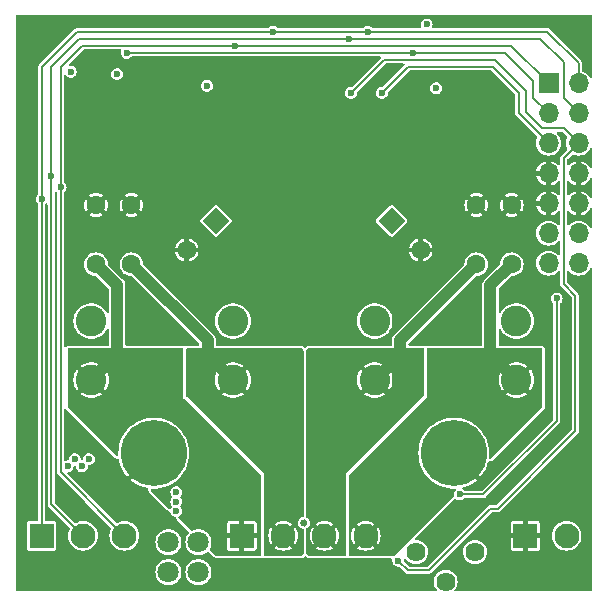
<source format=gbr>
%TF.GenerationSoftware,KiCad,Pcbnew,8.0.8*%
%TF.CreationDate,2025-03-09T11:47:17+01:00*%
%TF.ProjectId,01-2x30w_audio_amp,30312d32-7833-4307-975f-617564696f5f,rev?*%
%TF.SameCoordinates,Original*%
%TF.FileFunction,Copper,L1,Top*%
%TF.FilePolarity,Positive*%
%FSLAX46Y46*%
G04 Gerber Fmt 4.6, Leading zero omitted, Abs format (unit mm)*
G04 Created by KiCad (PCBNEW 8.0.8) date 2025-03-09 11:47:17*
%MOMM*%
%LPD*%
G01*
G04 APERTURE LIST*
G04 Aperture macros list*
%AMRotRect*
0 Rectangle, with rotation*
0 The origin of the aperture is its center*
0 $1 length*
0 $2 width*
0 $3 Rotation angle, in degrees counterclockwise*
0 Add horizontal line*
21,1,$1,$2,0,0,$3*%
G04 Aperture macros list end*
%TA.AperFunction,ComponentPad*%
%ADD10C,1.800000*%
%TD*%
%TA.AperFunction,ComponentPad*%
%ADD11C,2.600000*%
%TD*%
%TA.AperFunction,ComponentPad*%
%ADD12C,1.600000*%
%TD*%
%TA.AperFunction,ComponentPad*%
%ADD13RotRect,1.600000X1.600000X225.000000*%
%TD*%
%TA.AperFunction,ComponentPad*%
%ADD14C,1.620000*%
%TD*%
%TA.AperFunction,ComponentPad*%
%ADD15R,2.100000X2.100000*%
%TD*%
%TA.AperFunction,ComponentPad*%
%ADD16C,2.100000*%
%TD*%
%TA.AperFunction,ComponentPad*%
%ADD17R,1.700000X1.700000*%
%TD*%
%TA.AperFunction,ComponentPad*%
%ADD18O,1.700000X1.700000*%
%TD*%
%TA.AperFunction,ComponentPad*%
%ADD19C,5.600000*%
%TD*%
%TA.AperFunction,ComponentPad*%
%ADD20RotRect,1.600000X1.600000X315.000000*%
%TD*%
%TA.AperFunction,ComponentPad*%
%ADD21C,0.600000*%
%TD*%
%TA.AperFunction,SMDPad,CuDef*%
%ADD22R,11.000000X5.200000*%
%TD*%
%TA.AperFunction,ViaPad*%
%ADD23C,0.600000*%
%TD*%
%TA.AperFunction,Conductor*%
%ADD24C,0.200000*%
%TD*%
%TA.AperFunction,Conductor*%
%ADD25C,1.000000*%
%TD*%
G04 APERTURE END LIST*
D10*
%TO.P,D4,1,K1*%
%TO.N,+12V*%
X179030000Y-134530000D03*
%TO.P,D4,2,A1*%
%TO.N,Net-(D4-A1)*%
X181570000Y-134530000D03*
%TO.P,D4,3,K2*%
%TO.N,+12V*%
X179030000Y-137070000D03*
%TO.P,D4,4,A2*%
%TO.N,Net-(D4-A2)*%
X181570000Y-137070000D03*
%TD*%
D11*
%TO.P,L3,1,1*%
%TO.N,Net-(JP3-B)*%
X196500000Y-115800000D03*
%TO.P,L3,2,2*%
%TO.N,/L+*%
X196500000Y-120800000D03*
%TD*%
%TO.P,L1,1,1*%
%TO.N,Net-(JP2-B)*%
X172500000Y-115800000D03*
%TO.P,L1,2,2*%
%TO.N,/R+*%
X172500000Y-120800000D03*
%TD*%
D12*
%TO.P,C30,1*%
%TO.N,/R-*%
X175900000Y-111000000D03*
%TO.P,C30,2*%
%TO.N,GND*%
X175900000Y-106000000D03*
%TD*%
D13*
%TO.P,C27,1*%
%TO.N,+24V*%
X183068601Y-107331399D03*
D12*
%TO.P,C27,2*%
%TO.N,GND*%
X180593727Y-109806273D03*
%TD*%
%TO.P,C29,1*%
%TO.N,GND*%
X172900000Y-106000000D03*
%TO.P,C29,2*%
%TO.N,/R+*%
X172900000Y-111000000D03*
%TD*%
%TO.P,C32,1*%
%TO.N,GND*%
X208100000Y-106000000D03*
%TO.P,C32,2*%
%TO.N,/L-*%
X208100000Y-111000000D03*
%TD*%
D14*
%TO.P,RV1,1,1*%
%TO.N,Net-(U3-+)*%
X205000000Y-135375000D03*
%TO.P,RV1,2,2*%
X202500000Y-137875000D03*
%TO.P,RV1,3,3*%
%TO.N,Net-(R18-Pad2)*%
X200000000Y-135375000D03*
%TD*%
D15*
%TO.P,J4,1,Pin_1*%
%TO.N,/R+*%
X185247500Y-134000000D03*
D16*
%TO.P,J4,2,Pin_2*%
%TO.N,/R-*%
X188747500Y-134000000D03*
%TO.P,J4,3,Pin_3*%
%TO.N,/L+*%
X192247499Y-134000000D03*
%TO.P,J4,4,Pin_4*%
%TO.N,/L-*%
X195747500Y-134000000D03*
%TD*%
D17*
%TO.P,J3,1,Pin_1*%
%TO.N,/INR*%
X211225000Y-95675000D03*
D18*
%TO.P,J3,2,Pin_2*%
%TO.N,/ING*%
X213765000Y-95675000D03*
%TO.P,J3,3,Pin_3*%
%TO.N,/SUM*%
X211225000Y-98215000D03*
%TO.P,J3,4,Pin_4*%
%TO.N,/INL*%
X213765000Y-98215000D03*
%TO.P,J3,5,Pin_5*%
%TO.N,/SYNC*%
X211225000Y-100755000D03*
%TO.P,J3,6,Pin_6*%
%TO.N,/MUTE*%
X213765000Y-100755000D03*
%TO.P,J3,7,Pin_7*%
%TO.N,GND*%
X211225000Y-103295000D03*
%TO.P,J3,8,Pin_8*%
X213765000Y-103295000D03*
%TO.P,J3,9,Pin_9*%
X211225000Y-105835000D03*
%TO.P,J3,10,Pin_10*%
X213765000Y-105835000D03*
%TO.P,J3,11,Pin_11*%
%TO.N,+24V*%
X211225000Y-108375000D03*
%TO.P,J3,12,Pin_12*%
X213765000Y-108375000D03*
%TO.P,J3,13,Pin_13*%
X211225000Y-110915000D03*
%TO.P,J3,14,Pin_14*%
X213765000Y-110915000D03*
%TD*%
D19*
%TO.P,H3,1,1*%
%TO.N,GND*%
X203200000Y-101600000D03*
%TD*%
%TO.P,H1,1,1*%
%TO.N,GND*%
X177800000Y-101600000D03*
%TD*%
D12*
%TO.P,C31,1*%
%TO.N,/L+*%
X205100000Y-111000000D03*
%TO.P,C31,2*%
%TO.N,GND*%
X205100000Y-106000000D03*
%TD*%
D20*
%TO.P,C28,1*%
%TO.N,+24V*%
X197931399Y-107331399D03*
D12*
%TO.P,C28,2*%
%TO.N,GND*%
X200406273Y-109806273D03*
%TD*%
D19*
%TO.P,H4,1,1*%
%TO.N,GND*%
X203200000Y-127000000D03*
%TD*%
D11*
%TO.P,L4,1,1*%
%TO.N,Net-(JP3-A)*%
X208500000Y-115800000D03*
%TO.P,L4,2,2*%
%TO.N,/L-*%
X208500000Y-120800000D03*
%TD*%
D19*
%TO.P,H2,1,1*%
%TO.N,GND*%
X177800000Y-127000000D03*
%TD*%
D11*
%TO.P,L2,1,1*%
%TO.N,Net-(JP2-A)*%
X184500000Y-115800000D03*
%TO.P,L2,2,2*%
%TO.N,/R-*%
X184500000Y-120800000D03*
%TD*%
D15*
%TO.P,J1,1,Pin_1*%
%TO.N,GND*%
X209247500Y-134000000D03*
D16*
%TO.P,J1,2,Pin_2*%
%TO.N,+24V*%
X212747500Y-134000000D03*
%TD*%
D15*
%TO.P,J2,1,Pin_1*%
%TO.N,/ING*%
X168297500Y-134000000D03*
D16*
%TO.P,J2,2,Pin_2*%
%TO.N,/INL*%
X171797500Y-134000000D03*
%TO.P,J2,3,Pin_3*%
%TO.N,/INR*%
X175297500Y-134000000D03*
%TD*%
D21*
%TO.P,U4,33,PAD*%
%TO.N,GND*%
X195700000Y-99350000D03*
X194400000Y-99350000D03*
X193100000Y-99350000D03*
X191800000Y-99350000D03*
X190500000Y-99350000D03*
X189200000Y-99350000D03*
X187900000Y-99350000D03*
X186600000Y-99350000D03*
X185300000Y-99350000D03*
X194400000Y-100849999D03*
X186600000Y-100849999D03*
X195700000Y-100850000D03*
X193100001Y-100850000D03*
X191800000Y-100850000D03*
X190500000Y-100850000D03*
X189200000Y-100850000D03*
X187899999Y-100850000D03*
X185300000Y-100850000D03*
D22*
X190500000Y-101600000D03*
D21*
X195700000Y-102350000D03*
X193100001Y-102350000D03*
X191800000Y-102350000D03*
X190500000Y-102350000D03*
X189200000Y-102350000D03*
X187899999Y-102350000D03*
X185300000Y-102350000D03*
X194400000Y-102350001D03*
X186600000Y-102350001D03*
X195700000Y-103850000D03*
X194400000Y-103850000D03*
X193100000Y-103850000D03*
X191800000Y-103850000D03*
X190500000Y-103850000D03*
X189200000Y-103850000D03*
X187900000Y-103850000D03*
X186600000Y-103850000D03*
X185300000Y-103850000D03*
%TD*%
D23*
%TO.N,+24V*%
X182300000Y-95900000D03*
%TO.N,GND*%
X179300000Y-95900000D03*
X171900000Y-96900000D03*
X185500000Y-94300000D03*
X199950000Y-96900000D03*
X179300000Y-94300000D03*
X199700000Y-95100000D03*
X193500000Y-94300000D03*
X173700000Y-93900000D03*
X190500000Y-132900000D03*
X209300000Y-100900000D03*
X190300000Y-94300000D03*
X176300000Y-94900000D03*
X207700000Y-102500000D03*
X205500000Y-90700000D03*
%TO.N,/PEAK*%
X211900000Y-113900000D03*
X203700000Y-130500000D03*
%TO.N,+24V*%
X179700000Y-130300000D03*
X179700000Y-131100000D03*
X179700000Y-131900000D03*
%TO.N,+12V*%
X201700000Y-96100000D03*
X172300000Y-127500000D03*
X200900000Y-90700000D03*
X171700000Y-128100000D03*
X171100000Y-127500000D03*
X174700000Y-94900000D03*
X170500000Y-128100000D03*
X170762500Y-94700000D03*
%TO.N,/INL*%
X169100000Y-103500000D03*
X194300000Y-91900000D03*
%TO.N,/ING*%
X187900000Y-91300000D03*
X168297500Y-105500000D03*
X195900000Y-91300000D03*
%TO.N,/INR*%
X184700000Y-92500000D03*
X169900000Y-104500000D03*
%TO.N,/SYNC*%
X197100000Y-96500000D03*
%TO.N,/MUTE*%
X194500000Y-96500000D03*
X198500000Y-136100000D03*
%TO.N,/SUM*%
X175500000Y-93100000D03*
X199700000Y-93100000D03*
%TD*%
D24*
%TO.N,/PEAK*%
X211900000Y-113900000D02*
X211900000Y-123700000D01*
X211900000Y-124300000D02*
X211900000Y-123700000D01*
X205700000Y-130500000D02*
X211900000Y-124300000D01*
X205700000Y-130500000D02*
X203700000Y-130500000D01*
D25*
%TO.N,/R+*%
X172500000Y-120800000D02*
X174700000Y-118600000D01*
X174700000Y-118600000D02*
X174700000Y-112800000D01*
X174700000Y-112800000D02*
X172900000Y-111000000D01*
%TO.N,/R-*%
X175900000Y-111000000D02*
X182350000Y-117450000D01*
X182350000Y-118650000D02*
X184500000Y-120800000D01*
X182350000Y-117450000D02*
X182350000Y-118650000D01*
%TO.N,/L+*%
X198650000Y-118650000D02*
X196500000Y-120800000D01*
X198650000Y-117450000D02*
X198650000Y-118650000D01*
X205100000Y-111000000D02*
X198650000Y-117450000D01*
%TO.N,/L-*%
X206300000Y-118600000D02*
X206300000Y-112800000D01*
X208500000Y-120800000D02*
X206300000Y-118600000D01*
X206300000Y-112800000D02*
X208100000Y-111000000D01*
D24*
%TO.N,/INL*%
X194300000Y-91900000D02*
X193300000Y-91900000D01*
X210500000Y-91900000D02*
X212500000Y-93900000D01*
X169100000Y-103500000D02*
X169100000Y-94300000D01*
X212500000Y-93900000D02*
X212500000Y-96500000D01*
X171797500Y-134000000D02*
X169100000Y-131302500D01*
X194300000Y-91900000D02*
X210500000Y-91900000D01*
X169100000Y-94300000D02*
X171500000Y-91900000D01*
X169100000Y-131302500D02*
X169100000Y-103500000D01*
X212500000Y-96950000D02*
X212500000Y-96500000D01*
X213765000Y-98215000D02*
X212500000Y-96950000D01*
X171500000Y-91900000D02*
X193500000Y-91900000D01*
%TO.N,/ING*%
X211100000Y-91300000D02*
X213765000Y-93965000D01*
X195900000Y-91300000D02*
X211100000Y-91300000D01*
X171300000Y-91300000D02*
X187900000Y-91300000D01*
X195900000Y-91300000D02*
X187900000Y-91300000D01*
X213765000Y-93965000D02*
X213765000Y-95675000D01*
X168297500Y-134000000D02*
X168297500Y-105500000D01*
X168297500Y-94302500D02*
X171300000Y-91300000D01*
X168297500Y-105500000D02*
X168297500Y-94302500D01*
%TO.N,/INR*%
X208050000Y-92500000D02*
X207100000Y-92500000D01*
X169900000Y-104500000D02*
X169900000Y-94300000D01*
X184700000Y-92500000D02*
X207100000Y-92500000D01*
X211225000Y-95675000D02*
X208050000Y-92500000D01*
X211225000Y-96275000D02*
X211225000Y-96225000D01*
X171700000Y-92500000D02*
X184700000Y-92500000D01*
X175297500Y-134000000D02*
X169900000Y-128602500D01*
X169900000Y-128602500D02*
X169900000Y-104500000D01*
X169900000Y-94300000D02*
X171700000Y-92500000D01*
%TO.N,/SYNC*%
X199300000Y-94300000D02*
X197100000Y-96500000D01*
X208700000Y-97700000D02*
X208700000Y-96500000D01*
X208700000Y-96500000D02*
X206500000Y-94300000D01*
X208700000Y-98230000D02*
X208700000Y-97700000D01*
X206500000Y-94300000D02*
X199300000Y-94300000D01*
X211225000Y-100755000D02*
X208700000Y-98230000D01*
%TO.N,/MUTE*%
X213765000Y-100755000D02*
X212510000Y-99500000D01*
X199300000Y-136900000D02*
X201100000Y-136900000D01*
X209300000Y-98100000D02*
X209300000Y-97500000D01*
X206300000Y-131700000D02*
X206900000Y-131700000D01*
X210700000Y-99500000D02*
X209300000Y-98100000D01*
X209300000Y-96300000D02*
X206700000Y-93700000D01*
X213500000Y-113700000D02*
X212500000Y-112700000D01*
X212500000Y-102020000D02*
X213765000Y-100755000D01*
X212500000Y-112700000D02*
X212500000Y-102020000D01*
X209300000Y-97500000D02*
X209300000Y-96300000D01*
X198500000Y-136100000D02*
X199300000Y-136900000D01*
X206700000Y-93700000D02*
X197300000Y-93700000D01*
X213500000Y-125100000D02*
X213500000Y-113700000D01*
X201100000Y-136900000D02*
X206300000Y-131700000D01*
X206900000Y-131700000D02*
X213500000Y-125100000D01*
X212510000Y-99500000D02*
X210700000Y-99500000D01*
X197300000Y-93700000D02*
X194500000Y-96500000D01*
%TO.N,/SUM*%
X182900000Y-93100000D02*
X199700000Y-93100000D01*
X209900000Y-95500000D02*
X207500000Y-93100000D01*
X207500000Y-93100000D02*
X206700000Y-93100000D01*
X209900000Y-96890000D02*
X209900000Y-95500000D01*
X175500000Y-93100000D02*
X182900000Y-93100000D01*
X206700000Y-93100000D02*
X199700000Y-93100000D01*
X211225000Y-98215000D02*
X209900000Y-96890000D01*
%TD*%
%TA.AperFunction,Conductor*%
%TO.N,/R-*%
G36*
X190317183Y-118118907D02*
G01*
X190328996Y-118128996D01*
X190465621Y-118265621D01*
X190493398Y-118320138D01*
X190494069Y-118337119D01*
X190494500Y-118337119D01*
X190494500Y-132305874D01*
X190475593Y-132364065D01*
X190426093Y-132400029D01*
X190423392Y-132400864D01*
X190289947Y-132440047D01*
X190289942Y-132440049D01*
X190168873Y-132517855D01*
X190074622Y-132626628D01*
X190014834Y-132757543D01*
X189994353Y-132899997D01*
X189994353Y-132900002D01*
X190014834Y-133042456D01*
X190074622Y-133173371D01*
X190074623Y-133173373D01*
X190157344Y-133268839D01*
X190168873Y-133282144D01*
X190238517Y-133326901D01*
X190289947Y-133359953D01*
X190423391Y-133399135D01*
X190473898Y-133433671D01*
X190494460Y-133491298D01*
X190494500Y-133494125D01*
X190494500Y-135459000D01*
X190494558Y-135460481D01*
X190494500Y-135460686D01*
X190494500Y-135460937D01*
X190494429Y-135460937D01*
X190477944Y-135519367D01*
X190465638Y-135534360D01*
X190328997Y-135671003D01*
X190274481Y-135698781D01*
X190258993Y-135700000D01*
X187204500Y-135700000D01*
X187146309Y-135681093D01*
X187110345Y-135631593D01*
X187105500Y-135601000D01*
X187105500Y-133999996D01*
X187492725Y-133999996D01*
X187492725Y-134000003D01*
X187511786Y-134217881D01*
X187568397Y-134429157D01*
X187660832Y-134627386D01*
X187733495Y-134731160D01*
X188129536Y-134335118D01*
X188203774Y-134446224D01*
X188301276Y-134543726D01*
X188412378Y-134617961D01*
X188016337Y-135014002D01*
X188120110Y-135086666D01*
X188318342Y-135179102D01*
X188529618Y-135235713D01*
X188747497Y-135254775D01*
X188747503Y-135254775D01*
X188965381Y-135235713D01*
X189176657Y-135179102D01*
X189374886Y-135086667D01*
X189478660Y-135014002D01*
X189082620Y-134617962D01*
X189193724Y-134543726D01*
X189291226Y-134446224D01*
X189365462Y-134335120D01*
X189761502Y-134731160D01*
X189834167Y-134627386D01*
X189926602Y-134429157D01*
X189983213Y-134217881D01*
X190002275Y-134000003D01*
X190002275Y-133999996D01*
X189983213Y-133782118D01*
X189926602Y-133570842D01*
X189834166Y-133372612D01*
X189834166Y-133372611D01*
X189761503Y-133268839D01*
X189365462Y-133664879D01*
X189291226Y-133553776D01*
X189193724Y-133456274D01*
X189082618Y-133382036D01*
X189478660Y-132985995D01*
X189374886Y-132913332D01*
X189176657Y-132820897D01*
X188965381Y-132764286D01*
X188747503Y-132745225D01*
X188747497Y-132745225D01*
X188529618Y-132764286D01*
X188318342Y-132820897D01*
X188120114Y-132913332D01*
X188016339Y-132985995D01*
X188412380Y-133382036D01*
X188301276Y-133456274D01*
X188203774Y-133553776D01*
X188129536Y-133664880D01*
X187733495Y-133268839D01*
X187660832Y-133372614D01*
X187568397Y-133570842D01*
X187511786Y-133782118D01*
X187492725Y-133999996D01*
X187105500Y-133999996D01*
X187105500Y-128941020D01*
X187105500Y-128941007D01*
X187104866Y-128924882D01*
X187103647Y-128909395D01*
X187103645Y-128909388D01*
X187102792Y-128904609D01*
X187103014Y-128904569D01*
X187100000Y-128882771D01*
X187100000Y-128700000D01*
X180534496Y-122134496D01*
X180506719Y-122079979D01*
X180505500Y-122064492D01*
X180505500Y-120800000D01*
X182994859Y-120800000D01*
X183015386Y-121047736D01*
X183076412Y-121288716D01*
X183176268Y-121516367D01*
X183304505Y-121712649D01*
X183919668Y-121097486D01*
X183923978Y-121107890D01*
X183995112Y-121214351D01*
X184085649Y-121304888D01*
X184192110Y-121376022D01*
X184202511Y-121380330D01*
X183590181Y-121992661D01*
X183676761Y-122060050D01*
X183676765Y-122060053D01*
X183895388Y-122178366D01*
X184130513Y-122259084D01*
X184375706Y-122300000D01*
X184624294Y-122300000D01*
X184869486Y-122259084D01*
X185104611Y-122178366D01*
X185323233Y-122060054D01*
X185323237Y-122060051D01*
X185409817Y-121992661D01*
X184797487Y-121380331D01*
X184807890Y-121376022D01*
X184914351Y-121304888D01*
X185004888Y-121214351D01*
X185076022Y-121107890D01*
X185080331Y-121097487D01*
X185695494Y-121712650D01*
X185823729Y-121516372D01*
X185923587Y-121288716D01*
X185984613Y-121047736D01*
X186005140Y-120800000D01*
X185984613Y-120552263D01*
X185923587Y-120311283D01*
X185823731Y-120083632D01*
X185695493Y-119887349D01*
X185080330Y-120502511D01*
X185076022Y-120492110D01*
X185004888Y-120385649D01*
X184914351Y-120295112D01*
X184807890Y-120223978D01*
X184797486Y-120219668D01*
X185409817Y-119607337D01*
X185323238Y-119539949D01*
X185323234Y-119539946D01*
X185104611Y-119421633D01*
X184869486Y-119340915D01*
X184624294Y-119300000D01*
X184375706Y-119300000D01*
X184130513Y-119340915D01*
X183895388Y-119421633D01*
X183676765Y-119539946D01*
X183676762Y-119539948D01*
X183590181Y-119607337D01*
X184202512Y-120219669D01*
X184192110Y-120223978D01*
X184085649Y-120295112D01*
X183995112Y-120385649D01*
X183923978Y-120492110D01*
X183919669Y-120502512D01*
X183304504Y-119887348D01*
X183176269Y-120083629D01*
X183076412Y-120311283D01*
X183015386Y-120552263D01*
X182994859Y-120800000D01*
X180505500Y-120800000D01*
X180505500Y-118199000D01*
X180524407Y-118140809D01*
X180573907Y-118104845D01*
X180604500Y-118100000D01*
X190258992Y-118100000D01*
X190317183Y-118118907D01*
G37*
%TD.AperFunction*%
%TD*%
%TA.AperFunction,Conductor*%
%TO.N,/R+*%
G36*
X180259191Y-118118907D02*
G01*
X180295155Y-118168407D01*
X180300000Y-118199000D01*
X180300000Y-122300000D01*
X186871005Y-128871005D01*
X186898781Y-128925520D01*
X186900000Y-128941007D01*
X186900000Y-135601000D01*
X186881093Y-135659191D01*
X186831593Y-135695155D01*
X186801000Y-135700000D01*
X183141008Y-135700000D01*
X183082817Y-135681093D01*
X183071004Y-135671004D01*
X182560754Y-135160754D01*
X182532977Y-135106237D01*
X182542136Y-135046625D01*
X182600582Y-134929250D01*
X182656397Y-134733083D01*
X182675215Y-134530000D01*
X182656397Y-134326917D01*
X182600582Y-134130750D01*
X182509673Y-133948179D01*
X182386764Y-133785421D01*
X182236041Y-133648019D01*
X182062637Y-133540652D01*
X181872456Y-133466976D01*
X181872455Y-133466975D01*
X181872453Y-133466975D01*
X181671976Y-133429500D01*
X181468024Y-133429500D01*
X181267546Y-133466975D01*
X181077362Y-133540652D01*
X181077357Y-133540655D01*
X181059599Y-133551650D01*
X181000170Y-133566206D01*
X180943536Y-133543051D01*
X180937481Y-133537481D01*
X180330299Y-132930299D01*
X183997500Y-132930299D01*
X183997500Y-133799999D01*
X183997501Y-133800000D01*
X184573569Y-133800000D01*
X184547500Y-133931056D01*
X184547500Y-134068944D01*
X184573569Y-134200000D01*
X183997501Y-134200000D01*
X183997500Y-134200001D01*
X183997500Y-135069700D01*
X184009103Y-135128036D01*
X184053306Y-135194189D01*
X184053310Y-135194193D01*
X184119463Y-135238396D01*
X184177799Y-135249999D01*
X184177803Y-135250000D01*
X185047499Y-135250000D01*
X185047500Y-135249999D01*
X185047500Y-134673930D01*
X185178556Y-134700000D01*
X185316444Y-134700000D01*
X185447500Y-134673930D01*
X185447500Y-135249999D01*
X185447501Y-135250000D01*
X186317197Y-135250000D01*
X186317200Y-135249999D01*
X186375536Y-135238396D01*
X186441689Y-135194193D01*
X186441693Y-135194189D01*
X186485896Y-135128036D01*
X186497499Y-135069700D01*
X186497500Y-135069697D01*
X186497500Y-134200001D01*
X186497499Y-134200000D01*
X185921431Y-134200000D01*
X185947500Y-134068944D01*
X185947500Y-133931056D01*
X185921431Y-133800000D01*
X186497499Y-133800000D01*
X186497500Y-133799999D01*
X186497500Y-132930302D01*
X186497499Y-132930299D01*
X186485896Y-132871963D01*
X186441693Y-132805810D01*
X186441689Y-132805806D01*
X186375536Y-132761603D01*
X186317200Y-132750000D01*
X185447501Y-132750000D01*
X185447500Y-132750001D01*
X185447500Y-133326069D01*
X185316444Y-133300000D01*
X185178556Y-133300000D01*
X185047500Y-133326069D01*
X185047500Y-132750001D01*
X185047499Y-132750000D01*
X184177799Y-132750000D01*
X184119463Y-132761603D01*
X184053310Y-132805806D01*
X184053306Y-132805810D01*
X184009103Y-132871963D01*
X183997500Y-132930299D01*
X180330299Y-132930299D01*
X179905546Y-132505546D01*
X179877769Y-132451029D01*
X179887340Y-132390597D01*
X179922027Y-132352258D01*
X180031126Y-132282144D01*
X180031125Y-132282144D01*
X180031128Y-132282143D01*
X180125377Y-132173373D01*
X180185165Y-132042457D01*
X180205647Y-131900000D01*
X180185165Y-131757543D01*
X180125377Y-131626627D01*
X180071828Y-131564828D01*
X180048012Y-131508473D01*
X180061870Y-131448877D01*
X180071820Y-131435180D01*
X180125377Y-131373373D01*
X180185165Y-131242457D01*
X180205647Y-131100000D01*
X180200189Y-131062040D01*
X180185165Y-130957543D01*
X180125377Y-130826628D01*
X180125377Y-130826627D01*
X180071828Y-130764828D01*
X180048012Y-130708473D01*
X180061870Y-130648877D01*
X180071820Y-130635180D01*
X180125377Y-130573373D01*
X180185165Y-130442457D01*
X180205647Y-130300000D01*
X180185165Y-130157543D01*
X180125377Y-130026627D01*
X180031128Y-129917857D01*
X180031127Y-129917856D01*
X180031126Y-129917855D01*
X179910057Y-129840049D01*
X179910054Y-129840047D01*
X179910053Y-129840047D01*
X179910050Y-129840046D01*
X179771964Y-129799500D01*
X179771961Y-129799500D01*
X179628039Y-129799500D01*
X179628035Y-129799500D01*
X179489949Y-129840046D01*
X179489942Y-129840049D01*
X179368873Y-129917855D01*
X179274622Y-130026628D01*
X179214834Y-130157543D01*
X179194353Y-130299997D01*
X179194353Y-130300002D01*
X179214834Y-130442456D01*
X179274623Y-130573373D01*
X179328169Y-130635170D01*
X179351986Y-130691529D01*
X179338127Y-130751124D01*
X179328169Y-130764830D01*
X179274623Y-130826626D01*
X179214834Y-130957543D01*
X179194353Y-131099997D01*
X179194353Y-131100002D01*
X179214834Y-131242456D01*
X179274623Y-131373373D01*
X179328169Y-131435170D01*
X179351986Y-131491529D01*
X179338127Y-131551124D01*
X179328169Y-131564830D01*
X179274623Y-131626626D01*
X179256106Y-131667172D01*
X179214734Y-131712249D01*
X179154767Y-131724400D01*
X179099111Y-131698982D01*
X179096049Y-131696049D01*
X177569504Y-130169504D01*
X177541727Y-130114987D01*
X177551298Y-130054555D01*
X177594563Y-130011290D01*
X177639508Y-130000500D01*
X177974756Y-130000500D01*
X177974759Y-130000500D01*
X178321914Y-129959923D01*
X178321920Y-129959921D01*
X178321924Y-129959921D01*
X178548645Y-129906187D01*
X178662011Y-129879319D01*
X178990451Y-129759777D01*
X179302793Y-129602913D01*
X179594811Y-129410849D01*
X179862558Y-129186183D01*
X180102412Y-128931953D01*
X180311130Y-128651596D01*
X180485889Y-128348904D01*
X180624326Y-128027971D01*
X180724569Y-127693136D01*
X180785262Y-127348927D01*
X180805585Y-127000000D01*
X180785262Y-126651073D01*
X180724569Y-126306864D01*
X180624326Y-125972029D01*
X180485889Y-125651096D01*
X180311130Y-125348404D01*
X180102412Y-125068047D01*
X179862558Y-124813817D01*
X179594811Y-124589151D01*
X179500157Y-124526896D01*
X179302794Y-124397087D01*
X178990453Y-124240224D01*
X178990452Y-124240223D01*
X178990451Y-124240223D01*
X178662011Y-124120681D01*
X178662012Y-124120681D01*
X178662006Y-124120679D01*
X178321924Y-124040078D01*
X178209089Y-124026889D01*
X177974759Y-123999500D01*
X177625241Y-123999500D01*
X177433950Y-124021858D01*
X177278075Y-124040078D01*
X176937993Y-124120679D01*
X176741191Y-124192309D01*
X176609549Y-124240223D01*
X176609548Y-124240223D01*
X176609546Y-124240224D01*
X176297205Y-124397087D01*
X176005190Y-124589150D01*
X175737443Y-124813815D01*
X175497591Y-125068043D01*
X175288871Y-125348402D01*
X175288869Y-125348405D01*
X175114111Y-125651095D01*
X175114108Y-125651102D01*
X174975674Y-125972027D01*
X174975672Y-125972034D01*
X174875430Y-126306865D01*
X174875430Y-126306866D01*
X174814738Y-126651070D01*
X174814738Y-126651073D01*
X174794415Y-127000000D01*
X174801279Y-127117857D01*
X174803681Y-127159084D01*
X174788189Y-127218275D01*
X174740864Y-127257057D01*
X174679782Y-127260614D01*
X174634844Y-127234844D01*
X170528996Y-123128996D01*
X170501219Y-123074479D01*
X170500000Y-123058992D01*
X170500000Y-120800000D01*
X170994859Y-120800000D01*
X171015386Y-121047736D01*
X171076412Y-121288716D01*
X171176268Y-121516367D01*
X171304505Y-121712649D01*
X171919668Y-121097486D01*
X171923978Y-121107890D01*
X171995112Y-121214351D01*
X172085649Y-121304888D01*
X172192110Y-121376022D01*
X172202511Y-121380330D01*
X171590181Y-121992661D01*
X171676761Y-122060050D01*
X171676765Y-122060053D01*
X171895388Y-122178366D01*
X172130513Y-122259084D01*
X172375706Y-122300000D01*
X172624294Y-122300000D01*
X172869486Y-122259084D01*
X173104611Y-122178366D01*
X173323233Y-122060054D01*
X173323237Y-122060051D01*
X173409817Y-121992661D01*
X172797487Y-121380331D01*
X172807890Y-121376022D01*
X172914351Y-121304888D01*
X173004888Y-121214351D01*
X173076022Y-121107890D01*
X173080331Y-121097487D01*
X173695494Y-121712650D01*
X173823729Y-121516372D01*
X173923587Y-121288716D01*
X173984613Y-121047736D01*
X174005140Y-120800000D01*
X173984613Y-120552263D01*
X173923587Y-120311283D01*
X173823731Y-120083632D01*
X173695493Y-119887349D01*
X173080330Y-120502511D01*
X173076022Y-120492110D01*
X173004888Y-120385649D01*
X172914351Y-120295112D01*
X172807890Y-120223978D01*
X172797486Y-120219668D01*
X173409817Y-119607337D01*
X173323238Y-119539949D01*
X173323234Y-119539946D01*
X173104611Y-119421633D01*
X172869486Y-119340915D01*
X172624294Y-119300000D01*
X172375706Y-119300000D01*
X172130513Y-119340915D01*
X171895388Y-119421633D01*
X171676765Y-119539946D01*
X171676762Y-119539948D01*
X171590181Y-119607337D01*
X172202512Y-120219669D01*
X172192110Y-120223978D01*
X172085649Y-120295112D01*
X171995112Y-120385649D01*
X171923978Y-120492110D01*
X171919669Y-120502512D01*
X171304504Y-119887348D01*
X171176269Y-120083629D01*
X171076412Y-120311283D01*
X171015386Y-120552263D01*
X170994859Y-120800000D01*
X170500000Y-120800000D01*
X170500000Y-118199000D01*
X170518907Y-118140809D01*
X170568407Y-118104845D01*
X170599000Y-118100000D01*
X180201000Y-118100000D01*
X180259191Y-118118907D01*
G37*
%TD.AperFunction*%
%TD*%
%TA.AperFunction,Conductor*%
%TO.N,/L+*%
G36*
X200653691Y-118118907D02*
G01*
X200689655Y-118168407D01*
X200694500Y-118199000D01*
X200694500Y-122064492D01*
X200675593Y-122122683D01*
X200665504Y-122134496D01*
X194100000Y-128700000D01*
X194100000Y-128898488D01*
X194098781Y-128913975D01*
X194094500Y-128941004D01*
X194094500Y-133935380D01*
X194099096Y-133969157D01*
X194100000Y-133982505D01*
X194100000Y-134022097D01*
X194098781Y-134037584D01*
X194094500Y-134064613D01*
X194094500Y-135601000D01*
X194075593Y-135659191D01*
X194026093Y-135695155D01*
X193995500Y-135700000D01*
X190941008Y-135700000D01*
X190882817Y-135681093D01*
X190871004Y-135671004D01*
X190728996Y-135528996D01*
X190701219Y-135474479D01*
X190700000Y-135458992D01*
X190700000Y-133999996D01*
X190992724Y-133999996D01*
X190992724Y-134000003D01*
X191011785Y-134217881D01*
X191068396Y-134429157D01*
X191160831Y-134627386D01*
X191233494Y-134731160D01*
X191629535Y-134335118D01*
X191703773Y-134446224D01*
X191801275Y-134543726D01*
X191912377Y-134617961D01*
X191516336Y-135014002D01*
X191620109Y-135086666D01*
X191818341Y-135179102D01*
X192029617Y-135235713D01*
X192247496Y-135254775D01*
X192247502Y-135254775D01*
X192465380Y-135235713D01*
X192676656Y-135179102D01*
X192874885Y-135086667D01*
X192978659Y-135014002D01*
X192582619Y-134617962D01*
X192693723Y-134543726D01*
X192791225Y-134446224D01*
X192865461Y-134335120D01*
X193261501Y-134731160D01*
X193334166Y-134627386D01*
X193426601Y-134429157D01*
X193483212Y-134217881D01*
X193502274Y-134000003D01*
X193502274Y-133999996D01*
X193483212Y-133782118D01*
X193426601Y-133570842D01*
X193334165Y-133372612D01*
X193334165Y-133372611D01*
X193261502Y-133268839D01*
X192865461Y-133664879D01*
X192791225Y-133553776D01*
X192693723Y-133456274D01*
X192582617Y-133382036D01*
X192978659Y-132985995D01*
X192874885Y-132913332D01*
X192676656Y-132820897D01*
X192465380Y-132764286D01*
X192247502Y-132745225D01*
X192247496Y-132745225D01*
X192029617Y-132764286D01*
X191818341Y-132820897D01*
X191620113Y-132913332D01*
X191516338Y-132985995D01*
X191912379Y-133382036D01*
X191801275Y-133456274D01*
X191703773Y-133553776D01*
X191629535Y-133664880D01*
X191233494Y-133268839D01*
X191160831Y-133372614D01*
X191068396Y-133570842D01*
X191011785Y-133782118D01*
X190992724Y-133999996D01*
X190700000Y-133999996D01*
X190700000Y-133420471D01*
X190718907Y-133362280D01*
X190745475Y-133337188D01*
X190831128Y-133282143D01*
X190925377Y-133173373D01*
X190985165Y-133042457D01*
X191005647Y-132900000D01*
X190986134Y-132764286D01*
X190985165Y-132757543D01*
X190925377Y-132626628D01*
X190925377Y-132626627D01*
X190831128Y-132517857D01*
X190745475Y-132462811D01*
X190706745Y-132415446D01*
X190700000Y-132379528D01*
X190700000Y-120800000D01*
X194994859Y-120800000D01*
X195015386Y-121047736D01*
X195076412Y-121288716D01*
X195176268Y-121516367D01*
X195304505Y-121712649D01*
X195919668Y-121097486D01*
X195923978Y-121107890D01*
X195995112Y-121214351D01*
X196085649Y-121304888D01*
X196192110Y-121376022D01*
X196202511Y-121380330D01*
X195590181Y-121992661D01*
X195676761Y-122060050D01*
X195676765Y-122060053D01*
X195895388Y-122178366D01*
X196130513Y-122259084D01*
X196375706Y-122300000D01*
X196624294Y-122300000D01*
X196869486Y-122259084D01*
X197104611Y-122178366D01*
X197323233Y-122060054D01*
X197323237Y-122060051D01*
X197409817Y-121992661D01*
X196797487Y-121380331D01*
X196807890Y-121376022D01*
X196914351Y-121304888D01*
X197004888Y-121214351D01*
X197076022Y-121107890D01*
X197080331Y-121097487D01*
X197695494Y-121712650D01*
X197823729Y-121516372D01*
X197923587Y-121288716D01*
X197984613Y-121047736D01*
X198005140Y-120800000D01*
X197984613Y-120552263D01*
X197923587Y-120311283D01*
X197823731Y-120083632D01*
X197695493Y-119887349D01*
X197080330Y-120502511D01*
X197076022Y-120492110D01*
X197004888Y-120385649D01*
X196914351Y-120295112D01*
X196807890Y-120223978D01*
X196797486Y-120219668D01*
X197409817Y-119607337D01*
X197323238Y-119539949D01*
X197323234Y-119539946D01*
X197104611Y-119421633D01*
X196869486Y-119340915D01*
X196624294Y-119300000D01*
X196375706Y-119300000D01*
X196130513Y-119340915D01*
X195895388Y-119421633D01*
X195676765Y-119539946D01*
X195676762Y-119539948D01*
X195590181Y-119607337D01*
X196202512Y-120219669D01*
X196192110Y-120223978D01*
X196085649Y-120295112D01*
X195995112Y-120385649D01*
X195923978Y-120492110D01*
X195919669Y-120502512D01*
X195304504Y-119887348D01*
X195176269Y-120083629D01*
X195076412Y-120311283D01*
X195015386Y-120552263D01*
X194994859Y-120800000D01*
X190700000Y-120800000D01*
X190700000Y-118341008D01*
X190718907Y-118282817D01*
X190728996Y-118271004D01*
X190871004Y-118128996D01*
X190925521Y-118101219D01*
X190941008Y-118100000D01*
X200595500Y-118100000D01*
X200653691Y-118118907D01*
G37*
%TD.AperFunction*%
%TD*%
%TA.AperFunction,Conductor*%
%TO.N,/L-*%
G36*
X210659191Y-118118907D02*
G01*
X210695155Y-118168407D01*
X210700000Y-118199000D01*
X210700000Y-123058991D01*
X210681093Y-123117182D01*
X210671004Y-123128995D01*
X206350382Y-127449616D01*
X206295865Y-127477393D01*
X206235433Y-127467822D01*
X206192168Y-127424557D01*
X206182597Y-127364125D01*
X206182860Y-127362544D01*
X206185262Y-127348927D01*
X206205585Y-127000000D01*
X206185262Y-126651073D01*
X206124569Y-126306864D01*
X206024326Y-125972029D01*
X205885889Y-125651096D01*
X205711130Y-125348404D01*
X205502412Y-125068047D01*
X205262558Y-124813817D01*
X204994811Y-124589151D01*
X204900157Y-124526896D01*
X204702794Y-124397087D01*
X204390453Y-124240224D01*
X204390452Y-124240223D01*
X204390451Y-124240223D01*
X204062011Y-124120681D01*
X204062012Y-124120681D01*
X204062006Y-124120679D01*
X203721924Y-124040078D01*
X203549966Y-124019979D01*
X203374759Y-123999500D01*
X203025241Y-123999500D01*
X202850034Y-124019979D01*
X202678075Y-124040078D01*
X202337993Y-124120679D01*
X202163988Y-124184012D01*
X202009549Y-124240223D01*
X202009548Y-124240223D01*
X202009546Y-124240224D01*
X201697205Y-124397087D01*
X201405190Y-124589150D01*
X201137443Y-124813815D01*
X200897591Y-125068043D01*
X200688871Y-125348402D01*
X200688869Y-125348405D01*
X200514111Y-125651095D01*
X200514108Y-125651102D01*
X200375674Y-125972027D01*
X200375672Y-125972034D01*
X200275430Y-126306865D01*
X200275430Y-126306866D01*
X200214738Y-126651070D01*
X200194415Y-127000000D01*
X200214738Y-127348929D01*
X200275430Y-127693133D01*
X200275430Y-127693134D01*
X200275431Y-127693136D01*
X200375674Y-128027971D01*
X200514111Y-128348904D01*
X200688870Y-128651596D01*
X200897588Y-128931953D01*
X201137442Y-129186183D01*
X201405189Y-129410849D01*
X201697207Y-129602913D01*
X202009549Y-129759777D01*
X202337989Y-129879319D01*
X202337992Y-129879319D01*
X202337993Y-129879320D01*
X202678075Y-129959921D01*
X202678080Y-129959921D01*
X202678086Y-129959923D01*
X203025241Y-130000500D01*
X203025244Y-130000500D01*
X203253783Y-130000500D01*
X203311974Y-130019407D01*
X203347938Y-130068907D01*
X203347938Y-130130093D01*
X203328602Y-130164331D01*
X203274623Y-130226626D01*
X203214834Y-130357543D01*
X203194353Y-130499997D01*
X203194353Y-130500001D01*
X203200580Y-130543313D01*
X203190147Y-130603602D01*
X203172592Y-130627406D01*
X198128996Y-135671004D01*
X198074479Y-135698781D01*
X198058992Y-135700000D01*
X194399000Y-135700000D01*
X194340809Y-135681093D01*
X194304845Y-135631593D01*
X194300000Y-135601000D01*
X194300000Y-134064616D01*
X194318907Y-134006425D01*
X194325930Y-134001322D01*
X194472069Y-134001322D01*
X194479093Y-134006425D01*
X194497623Y-134055988D01*
X194511786Y-134217881D01*
X194568397Y-134429157D01*
X194660832Y-134627386D01*
X194733495Y-134731160D01*
X195129536Y-134335118D01*
X195203774Y-134446224D01*
X195301276Y-134543726D01*
X195412378Y-134617961D01*
X195016337Y-135014002D01*
X195120110Y-135086666D01*
X195318342Y-135179102D01*
X195529618Y-135235713D01*
X195747497Y-135254775D01*
X195747503Y-135254775D01*
X195965381Y-135235713D01*
X196176657Y-135179102D01*
X196374886Y-135086667D01*
X196478660Y-135014002D01*
X196082620Y-134617962D01*
X196193724Y-134543726D01*
X196291226Y-134446224D01*
X196365462Y-134335120D01*
X196761502Y-134731160D01*
X196834167Y-134627386D01*
X196926602Y-134429157D01*
X196983213Y-134217881D01*
X197002275Y-134000003D01*
X197002275Y-133999996D01*
X196983213Y-133782118D01*
X196926602Y-133570842D01*
X196834166Y-133372612D01*
X196834166Y-133372611D01*
X196761503Y-133268839D01*
X196365462Y-133664879D01*
X196291226Y-133553776D01*
X196193724Y-133456274D01*
X196082618Y-133382036D01*
X196478660Y-132985995D01*
X196374886Y-132913332D01*
X196176657Y-132820897D01*
X195965381Y-132764286D01*
X195747503Y-132745225D01*
X195747497Y-132745225D01*
X195529618Y-132764286D01*
X195318342Y-132820897D01*
X195120114Y-132913332D01*
X195016339Y-132985995D01*
X195412380Y-133382036D01*
X195301276Y-133456274D01*
X195203774Y-133553776D01*
X195129536Y-133664880D01*
X194733495Y-133268839D01*
X194660832Y-133372614D01*
X194568397Y-133570842D01*
X194511786Y-133782118D01*
X194497623Y-133944011D01*
X194473716Y-134000333D01*
X194472069Y-134001322D01*
X194325930Y-134001322D01*
X194328876Y-133999181D01*
X194314140Y-133986372D01*
X194300000Y-133935383D01*
X194300000Y-128941007D01*
X194318907Y-128882816D01*
X194328990Y-128871009D01*
X200900000Y-122300000D01*
X200900000Y-120800000D01*
X206994859Y-120800000D01*
X207015386Y-121047736D01*
X207076412Y-121288716D01*
X207176268Y-121516367D01*
X207304505Y-121712649D01*
X207919668Y-121097486D01*
X207923978Y-121107890D01*
X207995112Y-121214351D01*
X208085649Y-121304888D01*
X208192110Y-121376022D01*
X208202511Y-121380330D01*
X207590181Y-121992661D01*
X207676761Y-122060050D01*
X207676765Y-122060053D01*
X207895388Y-122178366D01*
X208130513Y-122259084D01*
X208375706Y-122300000D01*
X208624294Y-122300000D01*
X208869486Y-122259084D01*
X209104611Y-122178366D01*
X209323233Y-122060054D01*
X209323237Y-122060051D01*
X209409817Y-121992661D01*
X208797487Y-121380331D01*
X208807890Y-121376022D01*
X208914351Y-121304888D01*
X209004888Y-121214351D01*
X209076022Y-121107890D01*
X209080331Y-121097487D01*
X209695494Y-121712650D01*
X209823729Y-121516372D01*
X209923587Y-121288716D01*
X209984613Y-121047736D01*
X210005140Y-120800000D01*
X209984613Y-120552263D01*
X209923587Y-120311283D01*
X209823731Y-120083632D01*
X209695493Y-119887349D01*
X209080330Y-120502511D01*
X209076022Y-120492110D01*
X209004888Y-120385649D01*
X208914351Y-120295112D01*
X208807890Y-120223978D01*
X208797486Y-120219668D01*
X209409817Y-119607337D01*
X209323238Y-119539949D01*
X209323234Y-119539946D01*
X209104611Y-119421633D01*
X208869486Y-119340915D01*
X208624294Y-119300000D01*
X208375706Y-119300000D01*
X208130513Y-119340915D01*
X207895388Y-119421633D01*
X207676765Y-119539946D01*
X207676762Y-119539948D01*
X207590181Y-119607337D01*
X208202512Y-120219669D01*
X208192110Y-120223978D01*
X208085649Y-120295112D01*
X207995112Y-120385649D01*
X207923978Y-120492110D01*
X207919669Y-120502512D01*
X207304504Y-119887348D01*
X207176269Y-120083629D01*
X207076412Y-120311283D01*
X207015386Y-120552263D01*
X206994859Y-120800000D01*
X200900000Y-120800000D01*
X200900000Y-118199000D01*
X200918907Y-118140809D01*
X200968407Y-118104845D01*
X200999000Y-118100000D01*
X210601000Y-118100000D01*
X210659191Y-118118907D01*
G37*
%TD.AperFunction*%
%TD*%
%TA.AperFunction,Conductor*%
%TO.N,GND*%
G36*
X214858691Y-89919407D02*
G01*
X214894655Y-89968907D01*
X214899500Y-89999500D01*
X214899500Y-95173785D01*
X214880593Y-95231976D01*
X214831093Y-95267940D01*
X214769907Y-95267940D01*
X214720407Y-95231976D01*
X214713190Y-95220454D01*
X214642683Y-95088547D01*
X214511414Y-94928595D01*
X214511410Y-94928590D01*
X214476569Y-94899997D01*
X214351452Y-94797316D01*
X214168958Y-94699770D01*
X214168957Y-94699769D01*
X214168954Y-94699768D01*
X214168948Y-94699766D01*
X214168945Y-94699765D01*
X214135759Y-94689697D01*
X214085563Y-94654711D01*
X214065519Y-94596902D01*
X214065500Y-94594961D01*
X214065500Y-93925437D01*
X214065499Y-93925435D01*
X214045021Y-93849011D01*
X214045019Y-93849007D01*
X214005460Y-93780489D01*
X213949511Y-93724539D01*
X213949511Y-93724540D01*
X211284511Y-91059540D01*
X211284508Y-91059538D01*
X211229971Y-91028050D01*
X211229968Y-91028050D01*
X211215989Y-91019979D01*
X211215985Y-91019978D01*
X211215981Y-91019976D01*
X211139564Y-90999500D01*
X211139562Y-90999500D01*
X201467493Y-90999500D01*
X201409302Y-90980593D01*
X201373338Y-90931093D01*
X201373338Y-90869907D01*
X201377440Y-90859373D01*
X201385165Y-90842456D01*
X201385512Y-90840047D01*
X201405647Y-90700000D01*
X201385165Y-90557543D01*
X201325377Y-90426627D01*
X201231128Y-90317857D01*
X201231127Y-90317856D01*
X201231126Y-90317855D01*
X201110057Y-90240049D01*
X201110054Y-90240047D01*
X201110053Y-90240047D01*
X201110050Y-90240046D01*
X200971964Y-90199500D01*
X200971961Y-90199500D01*
X200828039Y-90199500D01*
X200828035Y-90199500D01*
X200689949Y-90240046D01*
X200689942Y-90240049D01*
X200568873Y-90317855D01*
X200474622Y-90426628D01*
X200414834Y-90557543D01*
X200394353Y-90699997D01*
X200394353Y-90700002D01*
X200414834Y-90842456D01*
X200422560Y-90859373D01*
X200429535Y-90920160D01*
X200399449Y-90973437D01*
X200343793Y-90998855D01*
X200332507Y-90999500D01*
X196347083Y-90999500D01*
X196288892Y-90980593D01*
X196272264Y-90965331D01*
X196231128Y-90917857D01*
X196198182Y-90896684D01*
X196110057Y-90840049D01*
X196110054Y-90840047D01*
X196110053Y-90840047D01*
X196110050Y-90840046D01*
X195971964Y-90799500D01*
X195971961Y-90799500D01*
X195828039Y-90799500D01*
X195828035Y-90799500D01*
X195689949Y-90840046D01*
X195689942Y-90840049D01*
X195568876Y-90917854D01*
X195568871Y-90917858D01*
X195527736Y-90965331D01*
X195475340Y-90996927D01*
X195452917Y-90999500D01*
X188347083Y-90999500D01*
X188288892Y-90980593D01*
X188272264Y-90965331D01*
X188231128Y-90917857D01*
X188198182Y-90896684D01*
X188110057Y-90840049D01*
X188110054Y-90840047D01*
X188110053Y-90840047D01*
X188110050Y-90840046D01*
X187971964Y-90799500D01*
X187971961Y-90799500D01*
X187828039Y-90799500D01*
X187828035Y-90799500D01*
X187689949Y-90840046D01*
X187689942Y-90840049D01*
X187568876Y-90917854D01*
X187568871Y-90917858D01*
X187527736Y-90965331D01*
X187475340Y-90996927D01*
X187452917Y-90999500D01*
X171260435Y-90999500D01*
X171184018Y-91019976D01*
X171184007Y-91019981D01*
X171170029Y-91028051D01*
X171115491Y-91059538D01*
X168112989Y-94062040D01*
X168112988Y-94062039D01*
X168057039Y-94117989D01*
X168017480Y-94186507D01*
X168017478Y-94186511D01*
X167997000Y-94262935D01*
X167997000Y-105046105D01*
X167978093Y-105104296D01*
X167970758Y-105112289D01*
X167971009Y-105112506D01*
X167966372Y-105117856D01*
X167966372Y-105117857D01*
X167917528Y-105174226D01*
X167872122Y-105226628D01*
X167812334Y-105357543D01*
X167791853Y-105499997D01*
X167791853Y-105500002D01*
X167812334Y-105642456D01*
X167872123Y-105773373D01*
X167971009Y-105887494D01*
X167968971Y-105889259D01*
X167994425Y-105931458D01*
X167997000Y-105953893D01*
X167997000Y-132650500D01*
X167978093Y-132708691D01*
X167928593Y-132744655D01*
X167898000Y-132749500D01*
X167227752Y-132749500D01*
X167227751Y-132749500D01*
X167227741Y-132749501D01*
X167169272Y-132761132D01*
X167169266Y-132761134D01*
X167102951Y-132805445D01*
X167102945Y-132805451D01*
X167058634Y-132871766D01*
X167058632Y-132871772D01*
X167047001Y-132930241D01*
X167047000Y-132930253D01*
X167047000Y-135069746D01*
X167047001Y-135069758D01*
X167058632Y-135128227D01*
X167058634Y-135128233D01*
X167102705Y-135194189D01*
X167102948Y-135194552D01*
X167169269Y-135238867D01*
X167213731Y-135247711D01*
X167227741Y-135250498D01*
X167227746Y-135250498D01*
X167227752Y-135250500D01*
X167227753Y-135250500D01*
X169367247Y-135250500D01*
X169367248Y-135250500D01*
X169425731Y-135238867D01*
X169492052Y-135194552D01*
X169536367Y-135128231D01*
X169548000Y-135069748D01*
X169548000Y-132930252D01*
X169536367Y-132871769D01*
X169492052Y-132805448D01*
X169488522Y-132803089D01*
X169425733Y-132761134D01*
X169425731Y-132761133D01*
X169425728Y-132761132D01*
X169425727Y-132761132D01*
X169367258Y-132749501D01*
X169367248Y-132749500D01*
X169367247Y-132749500D01*
X168697000Y-132749500D01*
X168638809Y-132730593D01*
X168602845Y-132681093D01*
X168598000Y-132650500D01*
X168598000Y-105953893D01*
X168616907Y-105895702D01*
X168624230Y-105887723D01*
X168623980Y-105887506D01*
X168625670Y-105885555D01*
X168626905Y-105884809D01*
X168632178Y-105879066D01*
X168633988Y-105877498D01*
X168635717Y-105879494D01*
X168678061Y-105853950D01*
X168739023Y-105859177D01*
X168785270Y-105899237D01*
X168799500Y-105950374D01*
X168799500Y-131342064D01*
X168819978Y-131418487D01*
X168858752Y-131485646D01*
X168858752Y-131485647D01*
X168859535Y-131487004D01*
X168859538Y-131487008D01*
X168859540Y-131487011D01*
X169766725Y-132394196D01*
X170672350Y-133299821D01*
X170700127Y-133354338D01*
X170692071Y-133411664D01*
X170617925Y-133570671D01*
X170561291Y-133782030D01*
X170542223Y-133999996D01*
X170542223Y-134000003D01*
X170561291Y-134217969D01*
X170561292Y-134217976D01*
X170561293Y-134217977D01*
X170617925Y-134429330D01*
X170710398Y-134627639D01*
X170835902Y-134806877D01*
X170990623Y-134961598D01*
X171169861Y-135087102D01*
X171368170Y-135179575D01*
X171579523Y-135236207D01*
X171579527Y-135236207D01*
X171579530Y-135236208D01*
X171797497Y-135255277D01*
X171797500Y-135255277D01*
X171797503Y-135255277D01*
X172015469Y-135236208D01*
X172015470Y-135236207D01*
X172015477Y-135236207D01*
X172226830Y-135179575D01*
X172425139Y-135087102D01*
X172604377Y-134961598D01*
X172759098Y-134806877D01*
X172884602Y-134627639D01*
X172977075Y-134429330D01*
X173033707Y-134217977D01*
X173035862Y-134193351D01*
X173052777Y-134000003D01*
X173052777Y-133999996D01*
X173033708Y-133782030D01*
X173033707Y-133782027D01*
X173033707Y-133782023D01*
X172977075Y-133570670D01*
X172950654Y-133514010D01*
X172884607Y-133372372D01*
X172884603Y-133372364D01*
X172871981Y-133354338D01*
X172759098Y-133193123D01*
X172604377Y-133038402D01*
X172604373Y-133038399D01*
X172604372Y-133038398D01*
X172449907Y-132930241D01*
X172425139Y-132912898D01*
X172226830Y-132820425D01*
X172015477Y-132763793D01*
X172015476Y-132763792D01*
X172015469Y-132763791D01*
X171797503Y-132744723D01*
X171797497Y-132744723D01*
X171579530Y-132763791D01*
X171579523Y-132763793D01*
X171368170Y-132820425D01*
X171258063Y-132871769D01*
X171209164Y-132894571D01*
X171148435Y-132902027D01*
X171097321Y-132874850D01*
X169429496Y-131207025D01*
X169401719Y-131152508D01*
X169400500Y-131137021D01*
X169400500Y-104953026D01*
X169419407Y-104894835D01*
X169468907Y-104858871D01*
X169530093Y-104858871D01*
X169564352Y-104878225D01*
X169565352Y-104879092D01*
X169596934Y-104931497D01*
X169599500Y-104953893D01*
X169599500Y-128642064D01*
X169619977Y-128718485D01*
X169619979Y-128718490D01*
X169637803Y-128749362D01*
X169637804Y-128749363D01*
X169659540Y-128787011D01*
X172009550Y-131137021D01*
X174172350Y-133299821D01*
X174200127Y-133354338D01*
X174192071Y-133411664D01*
X174117925Y-133570671D01*
X174061291Y-133782030D01*
X174042223Y-133999996D01*
X174042223Y-134000003D01*
X174061291Y-134217969D01*
X174061292Y-134217976D01*
X174061293Y-134217977D01*
X174117925Y-134429330D01*
X174210398Y-134627639D01*
X174335902Y-134806877D01*
X174490623Y-134961598D01*
X174669861Y-135087102D01*
X174868170Y-135179575D01*
X175079523Y-135236207D01*
X175079527Y-135236207D01*
X175079530Y-135236208D01*
X175297497Y-135255277D01*
X175297500Y-135255277D01*
X175297503Y-135255277D01*
X175515469Y-135236208D01*
X175515470Y-135236207D01*
X175515477Y-135236207D01*
X175726830Y-135179575D01*
X175925139Y-135087102D01*
X176104377Y-134961598D01*
X176259098Y-134806877D01*
X176384602Y-134627639D01*
X176430132Y-134530000D01*
X177924785Y-134530000D01*
X177943603Y-134733083D01*
X177999418Y-134929250D01*
X178090327Y-135111821D01*
X178213236Y-135274579D01*
X178363959Y-135411981D01*
X178537363Y-135519348D01*
X178727544Y-135593024D01*
X178928024Y-135630500D01*
X179131976Y-135630500D01*
X179332456Y-135593024D01*
X179522637Y-135519348D01*
X179696041Y-135411981D01*
X179846764Y-135274579D01*
X179969673Y-135111821D01*
X180060582Y-134929250D01*
X180116397Y-134733083D01*
X180135215Y-134530000D01*
X180116397Y-134326917D01*
X180060582Y-134130750D01*
X179969673Y-133948179D01*
X179846764Y-133785421D01*
X179696041Y-133648019D01*
X179522637Y-133540652D01*
X179332456Y-133466976D01*
X179332455Y-133466975D01*
X179332453Y-133466975D01*
X179131976Y-133429500D01*
X178928024Y-133429500D01*
X178727546Y-133466975D01*
X178657632Y-133494059D01*
X178537363Y-133540652D01*
X178363959Y-133648019D01*
X178213236Y-133785421D01*
X178173388Y-133838188D01*
X178090328Y-133948177D01*
X178090323Y-133948186D01*
X177999419Y-134130747D01*
X177999418Y-134130750D01*
X177943603Y-134326917D01*
X177924785Y-134530000D01*
X176430132Y-134530000D01*
X176477075Y-134429330D01*
X176533707Y-134217977D01*
X176535862Y-134193351D01*
X176552777Y-134000003D01*
X176552777Y-133999996D01*
X176533708Y-133782030D01*
X176533707Y-133782027D01*
X176533707Y-133782023D01*
X176477075Y-133570670D01*
X176450654Y-133514010D01*
X176384607Y-133372372D01*
X176384603Y-133372364D01*
X176371981Y-133354338D01*
X176259098Y-133193123D01*
X176104377Y-133038402D01*
X176104373Y-133038399D01*
X176104372Y-133038398D01*
X175949907Y-132930241D01*
X175925139Y-132912898D01*
X175726830Y-132820425D01*
X175515477Y-132763793D01*
X175515476Y-132763792D01*
X175515469Y-132763791D01*
X175297503Y-132744723D01*
X175297497Y-132744723D01*
X175079530Y-132763791D01*
X175079523Y-132763793D01*
X174868170Y-132820425D01*
X174758063Y-132871769D01*
X174709164Y-132894571D01*
X174648435Y-132902027D01*
X174597321Y-132874850D01*
X170491975Y-128769504D01*
X170464198Y-128714987D01*
X170473769Y-128654555D01*
X170517034Y-128611290D01*
X170561979Y-128600500D01*
X170571959Y-128600500D01*
X170571961Y-128600500D01*
X170710053Y-128559953D01*
X170831128Y-128482143D01*
X170925377Y-128373373D01*
X170985165Y-128242457D01*
X171002007Y-128125312D01*
X171029002Y-128070406D01*
X171083116Y-128041852D01*
X171143679Y-128050559D01*
X171187557Y-128093201D01*
X171197991Y-128125312D01*
X171214834Y-128242456D01*
X171274622Y-128373371D01*
X171274623Y-128373373D01*
X171368872Y-128482143D01*
X171368873Y-128482144D01*
X171489942Y-128559950D01*
X171489947Y-128559953D01*
X171596403Y-128591211D01*
X171628035Y-128600499D01*
X171628036Y-128600499D01*
X171628039Y-128600500D01*
X171628041Y-128600500D01*
X171771959Y-128600500D01*
X171771961Y-128600500D01*
X171910053Y-128559953D01*
X172031128Y-128482143D01*
X172125377Y-128373373D01*
X172185165Y-128242457D01*
X172191992Y-128194971D01*
X172205647Y-128100002D01*
X172205647Y-128099500D01*
X172205776Y-128099101D01*
X172206655Y-128092991D01*
X172207712Y-128093143D01*
X172224554Y-128041309D01*
X172274054Y-128005345D01*
X172304647Y-128000500D01*
X172371959Y-128000500D01*
X172371961Y-128000500D01*
X172510053Y-127959953D01*
X172631128Y-127882143D01*
X172725377Y-127773373D01*
X172785165Y-127642457D01*
X172801996Y-127525395D01*
X172805647Y-127500002D01*
X172805647Y-127499997D01*
X172785165Y-127357543D01*
X172770310Y-127325016D01*
X172725377Y-127226627D01*
X172631128Y-127117857D01*
X172631127Y-127117856D01*
X172631126Y-127117855D01*
X172510057Y-127040049D01*
X172510054Y-127040047D01*
X172510053Y-127040047D01*
X172510050Y-127040046D01*
X172371964Y-126999500D01*
X172371961Y-126999500D01*
X172228039Y-126999500D01*
X172228035Y-126999500D01*
X172089949Y-127040046D01*
X172089942Y-127040049D01*
X171968873Y-127117855D01*
X171874622Y-127226628D01*
X171814834Y-127357543D01*
X171797991Y-127474687D01*
X171770995Y-127529594D01*
X171716880Y-127558147D01*
X171656318Y-127549439D01*
X171612440Y-127506797D01*
X171602007Y-127474685D01*
X171600213Y-127462209D01*
X171585165Y-127357543D01*
X171525377Y-127226627D01*
X171431128Y-127117857D01*
X171431127Y-127117856D01*
X171431126Y-127117855D01*
X171310057Y-127040049D01*
X171310054Y-127040047D01*
X171310053Y-127040047D01*
X171310050Y-127040046D01*
X171171964Y-126999500D01*
X171171961Y-126999500D01*
X171028039Y-126999500D01*
X171028035Y-126999500D01*
X170889949Y-127040046D01*
X170889942Y-127040049D01*
X170768873Y-127117855D01*
X170674622Y-127226628D01*
X170614834Y-127357543D01*
X170594353Y-127499997D01*
X170594353Y-127500500D01*
X170594223Y-127500899D01*
X170593345Y-127507008D01*
X170592287Y-127506856D01*
X170575446Y-127558691D01*
X170525946Y-127594655D01*
X170495353Y-127599500D01*
X170428035Y-127599500D01*
X170327391Y-127629052D01*
X170266230Y-127627304D01*
X170217778Y-127589941D01*
X170200500Y-127534062D01*
X170200500Y-123326862D01*
X170219407Y-123268671D01*
X170268907Y-123232707D01*
X170330093Y-123232707D01*
X170379590Y-123268669D01*
X170383686Y-123274306D01*
X174489534Y-127380154D01*
X174532615Y-127413112D01*
X174532617Y-127413113D01*
X174577546Y-127438878D01*
X174577549Y-127438880D01*
X174577552Y-127438881D01*
X174577553Y-127438882D01*
X174601533Y-127450633D01*
X174691729Y-127465766D01*
X174691729Y-127465765D01*
X174691730Y-127465766D01*
X174691731Y-127465766D01*
X174698540Y-127465369D01*
X174746428Y-127462580D01*
X174805618Y-127478071D01*
X174844400Y-127525395D01*
X174849680Y-127544221D01*
X174875916Y-127693015D01*
X174976144Y-128027798D01*
X174976145Y-128027800D01*
X175114556Y-128348672D01*
X175114559Y-128348679D01*
X175289288Y-128651319D01*
X175289290Y-128651322D01*
X175497969Y-128931626D01*
X175497973Y-128931632D01*
X175540474Y-128976680D01*
X176535502Y-127981652D01*
X176579588Y-128042330D01*
X176757670Y-128220412D01*
X176818346Y-128264495D01*
X175824370Y-129258472D01*
X176005493Y-129410451D01*
X176297452Y-129602476D01*
X176609744Y-129759315D01*
X176609748Y-129759316D01*
X176938136Y-129878840D01*
X177266095Y-129956568D01*
X177318357Y-129988385D01*
X177341936Y-130044844D01*
X177341046Y-130068380D01*
X177338758Y-130082828D01*
X177338758Y-130082831D01*
X177338757Y-130082837D01*
X177338757Y-130082841D01*
X177336279Y-130119596D01*
X177349106Y-130170504D01*
X177358624Y-130208281D01*
X177386402Y-130262799D01*
X177424189Y-130314808D01*
X177424191Y-130314810D01*
X177424194Y-130314814D01*
X178950739Y-131841359D01*
X178953898Y-131844452D01*
X178956960Y-131847385D01*
X179013741Y-131885910D01*
X179069397Y-131911328D01*
X179104149Y-131923568D01*
X179104511Y-131923576D01*
X179114412Y-131923820D01*
X179172123Y-131944146D01*
X179206864Y-131994511D01*
X179209981Y-132008701D01*
X179214834Y-132042456D01*
X179274622Y-132173371D01*
X179274623Y-132173373D01*
X179368872Y-132282143D01*
X179368873Y-132282144D01*
X179489942Y-132359950D01*
X179489947Y-132359953D01*
X179606572Y-132394196D01*
X179657078Y-132428731D01*
X179674678Y-132464995D01*
X179688991Y-132521800D01*
X179694666Y-132544323D01*
X179722444Y-132598841D01*
X179760231Y-132650850D01*
X179760233Y-132650852D01*
X179760236Y-132650856D01*
X180234619Y-133125239D01*
X180703880Y-133594500D01*
X180753976Y-133644596D01*
X180781753Y-133699113D01*
X180772182Y-133759545D01*
X180755559Y-133781346D01*
X180756319Y-133782038D01*
X180753241Y-133785413D01*
X180630328Y-133948177D01*
X180630323Y-133948186D01*
X180539419Y-134130747D01*
X180539418Y-134130750D01*
X180483603Y-134326917D01*
X180464785Y-134530000D01*
X180483603Y-134733083D01*
X180539418Y-134929250D01*
X180630327Y-135111821D01*
X180753236Y-135274579D01*
X180903959Y-135411981D01*
X181077363Y-135519348D01*
X181267544Y-135593024D01*
X181468024Y-135630500D01*
X181671976Y-135630500D01*
X181872456Y-135593024D01*
X182062637Y-135519348D01*
X182236041Y-135411981D01*
X182315440Y-135339598D01*
X182371179Y-135314369D01*
X182431104Y-135326721D01*
X182452133Y-135342753D01*
X182925694Y-135816314D01*
X182925707Y-135816326D01*
X182925714Y-135816333D01*
X182937534Y-135827260D01*
X182937544Y-135827269D01*
X182949357Y-135837358D01*
X183019315Y-135876536D01*
X183077506Y-135895443D01*
X183089560Y-135897352D01*
X183141004Y-135905500D01*
X183141008Y-135905500D01*
X186800993Y-135905500D01*
X186801000Y-135905500D01*
X186833144Y-135902970D01*
X186863737Y-135898125D01*
X186863748Y-135898123D01*
X186863793Y-135898116D01*
X186868281Y-135897353D01*
X186868280Y-135897353D01*
X186868287Y-135897352D01*
X186952383Y-135861408D01*
X186952388Y-135861404D01*
X186956139Y-135859276D01*
X187016079Y-135846996D01*
X187055780Y-135860388D01*
X187082807Y-135876536D01*
X187140998Y-135895443D01*
X187153052Y-135897352D01*
X187204496Y-135905500D01*
X187204500Y-135905500D01*
X190258980Y-135905500D01*
X190258993Y-135905500D01*
X190275117Y-135904866D01*
X190290605Y-135903647D01*
X190367778Y-135881882D01*
X190422294Y-135854104D01*
X190474309Y-135816312D01*
X190529995Y-135760624D01*
X190584510Y-135732846D01*
X190644943Y-135742417D01*
X190670002Y-135760623D01*
X190725700Y-135816320D01*
X190737534Y-135827260D01*
X190737544Y-135827269D01*
X190749357Y-135837358D01*
X190819315Y-135876536D01*
X190877506Y-135895443D01*
X190889560Y-135897352D01*
X190941004Y-135905500D01*
X190941008Y-135905500D01*
X193995493Y-135905500D01*
X193995500Y-135905500D01*
X194027644Y-135902970D01*
X194058237Y-135898125D01*
X194058248Y-135898123D01*
X194058293Y-135898116D01*
X194062781Y-135897353D01*
X194062780Y-135897353D01*
X194062787Y-135897352D01*
X194146883Y-135861408D01*
X194146888Y-135861404D01*
X194150639Y-135859276D01*
X194210579Y-135846996D01*
X194250280Y-135860388D01*
X194277307Y-135876536D01*
X194335498Y-135895443D01*
X194347552Y-135897352D01*
X194398996Y-135905500D01*
X194399000Y-135905500D01*
X197908065Y-135905500D01*
X197966256Y-135924407D01*
X198002220Y-135973907D01*
X198006057Y-136018588D01*
X197994353Y-136099995D01*
X197994353Y-136100002D01*
X198014834Y-136242456D01*
X198047096Y-136313098D01*
X198074623Y-136373373D01*
X198168872Y-136482143D01*
X198168873Y-136482144D01*
X198178261Y-136488177D01*
X198289947Y-136559953D01*
X198396403Y-136591211D01*
X198428035Y-136600499D01*
X198428036Y-136600499D01*
X198428039Y-136600500D01*
X198428041Y-136600500D01*
X198534521Y-136600500D01*
X198592712Y-136619407D01*
X198604525Y-136629496D01*
X199059540Y-137084511D01*
X199059539Y-137084511D01*
X199115489Y-137140460D01*
X199184007Y-137180019D01*
X199184011Y-137180021D01*
X199260435Y-137200499D01*
X199260437Y-137200500D01*
X199260438Y-137200500D01*
X201139563Y-137200500D01*
X201139563Y-137200499D01*
X201215989Y-137180021D01*
X201284511Y-137140460D01*
X201340460Y-137084511D01*
X203049975Y-135374996D01*
X203984611Y-135374996D01*
X203984611Y-135375003D01*
X204004119Y-135573087D01*
X204004120Y-135573093D01*
X204029867Y-135657966D01*
X204061903Y-135763573D01*
X204061906Y-135763578D01*
X204061907Y-135763581D01*
X204090093Y-135816312D01*
X204155735Y-135939120D01*
X204155737Y-135939122D01*
X204155738Y-135939124D01*
X204282007Y-136092983D01*
X204282016Y-136092992D01*
X204352770Y-136151058D01*
X204435880Y-136219265D01*
X204611427Y-136313097D01*
X204750475Y-136355277D01*
X204801906Y-136370879D01*
X204801912Y-136370880D01*
X204999997Y-136390389D01*
X205000000Y-136390389D01*
X205000003Y-136390389D01*
X205198087Y-136370880D01*
X205198093Y-136370879D01*
X205388573Y-136313097D01*
X205564120Y-136219265D01*
X205717988Y-136092988D01*
X205844265Y-135939120D01*
X205938097Y-135763573D01*
X205995879Y-135573093D01*
X206001173Y-135519348D01*
X206015389Y-135375003D01*
X206015389Y-135374996D01*
X205995880Y-135176912D01*
X205995879Y-135176906D01*
X205980277Y-135125475D01*
X205938097Y-134986427D01*
X205844265Y-134810880D01*
X205840976Y-134806872D01*
X205717992Y-134657016D01*
X205717983Y-134657007D01*
X205564124Y-134530738D01*
X205564122Y-134530737D01*
X205564120Y-134530735D01*
X205488885Y-134490521D01*
X205388581Y-134436907D01*
X205388578Y-134436906D01*
X205388573Y-134436903D01*
X205363602Y-134429328D01*
X205198093Y-134379120D01*
X205198087Y-134379119D01*
X205000003Y-134359611D01*
X204999997Y-134359611D01*
X204801912Y-134379119D01*
X204801906Y-134379120D01*
X204611433Y-134436901D01*
X204611431Y-134436901D01*
X204611427Y-134436903D01*
X204611424Y-134436904D01*
X204611418Y-134436907D01*
X204435885Y-134530732D01*
X204435875Y-134530738D01*
X204282016Y-134657007D01*
X204282007Y-134657016D01*
X204155738Y-134810875D01*
X204155732Y-134810885D01*
X204061907Y-134986418D01*
X204061901Y-134986433D01*
X204004120Y-135176906D01*
X204004119Y-135176912D01*
X203984611Y-135374996D01*
X203049975Y-135374996D01*
X205494672Y-132930299D01*
X207997500Y-132930299D01*
X207997500Y-133799999D01*
X207997501Y-133800000D01*
X208573569Y-133800000D01*
X208547500Y-133931056D01*
X208547500Y-134068944D01*
X208573569Y-134200000D01*
X207997501Y-134200000D01*
X207997500Y-134200001D01*
X207997500Y-135069700D01*
X208009103Y-135128036D01*
X208053306Y-135194189D01*
X208053310Y-135194193D01*
X208119463Y-135238396D01*
X208177799Y-135249999D01*
X208177803Y-135250000D01*
X209047499Y-135250000D01*
X209047500Y-135249999D01*
X209047500Y-134673930D01*
X209178556Y-134700000D01*
X209316444Y-134700000D01*
X209447500Y-134673930D01*
X209447500Y-135249999D01*
X209447501Y-135250000D01*
X210317197Y-135250000D01*
X210317200Y-135249999D01*
X210375536Y-135238396D01*
X210441689Y-135194193D01*
X210441693Y-135194189D01*
X210485896Y-135128036D01*
X210497499Y-135069700D01*
X210497500Y-135069697D01*
X210497500Y-134200001D01*
X210497499Y-134200000D01*
X209921431Y-134200000D01*
X209947500Y-134068944D01*
X209947500Y-133999996D01*
X211492223Y-133999996D01*
X211492223Y-134000003D01*
X211511291Y-134217969D01*
X211511292Y-134217976D01*
X211511293Y-134217977D01*
X211567925Y-134429330D01*
X211660398Y-134627639D01*
X211785902Y-134806877D01*
X211940623Y-134961598D01*
X212119861Y-135087102D01*
X212318170Y-135179575D01*
X212529523Y-135236207D01*
X212529527Y-135236207D01*
X212529530Y-135236208D01*
X212747497Y-135255277D01*
X212747500Y-135255277D01*
X212747503Y-135255277D01*
X212965469Y-135236208D01*
X212965470Y-135236207D01*
X212965477Y-135236207D01*
X213176830Y-135179575D01*
X213375139Y-135087102D01*
X213554377Y-134961598D01*
X213709098Y-134806877D01*
X213834602Y-134627639D01*
X213927075Y-134429330D01*
X213983707Y-134217977D01*
X213985862Y-134193351D01*
X214002777Y-134000003D01*
X214002777Y-133999996D01*
X213983708Y-133782030D01*
X213983707Y-133782027D01*
X213983707Y-133782023D01*
X213927075Y-133570670D01*
X213900654Y-133514010D01*
X213834607Y-133372372D01*
X213834603Y-133372364D01*
X213821981Y-133354338D01*
X213709098Y-133193123D01*
X213554377Y-133038402D01*
X213554373Y-133038399D01*
X213554372Y-133038398D01*
X213399907Y-132930241D01*
X213375139Y-132912898D01*
X213176830Y-132820425D01*
X212965477Y-132763793D01*
X212965476Y-132763792D01*
X212965469Y-132763791D01*
X212747503Y-132744723D01*
X212747497Y-132744723D01*
X212529530Y-132763791D01*
X212318166Y-132820426D01*
X212119872Y-132912892D01*
X212119864Y-132912896D01*
X211940627Y-133038398D01*
X211785898Y-133193127D01*
X211660396Y-133372364D01*
X211660392Y-133372372D01*
X211567926Y-133570666D01*
X211511291Y-133782030D01*
X211492223Y-133999996D01*
X209947500Y-133999996D01*
X209947500Y-133931056D01*
X209921431Y-133800000D01*
X210497499Y-133800000D01*
X210497500Y-133799999D01*
X210497500Y-132930302D01*
X210497499Y-132930299D01*
X210485896Y-132871963D01*
X210441693Y-132805810D01*
X210441689Y-132805806D01*
X210375536Y-132761603D01*
X210317200Y-132750000D01*
X209447501Y-132750000D01*
X209447500Y-132750001D01*
X209447500Y-133326069D01*
X209316444Y-133300000D01*
X209178556Y-133300000D01*
X209047500Y-133326069D01*
X209047500Y-132750001D01*
X209047499Y-132750000D01*
X208177799Y-132750000D01*
X208119463Y-132761603D01*
X208053310Y-132805806D01*
X208053306Y-132805810D01*
X208009103Y-132871963D01*
X207997500Y-132930299D01*
X205494672Y-132930299D01*
X206395475Y-132029496D01*
X206449992Y-132001719D01*
X206465479Y-132000500D01*
X206939563Y-132000500D01*
X206939563Y-132000499D01*
X207015989Y-131980021D01*
X207084511Y-131940460D01*
X207140460Y-131884511D01*
X213740460Y-125284511D01*
X213780022Y-125215988D01*
X213800500Y-125139562D01*
X213800500Y-125060438D01*
X213800500Y-113660438D01*
X213789659Y-113619979D01*
X213789659Y-113619978D01*
X213789659Y-113619977D01*
X213780021Y-113584010D01*
X213780020Y-113584008D01*
X213740463Y-113515493D01*
X213740462Y-113515492D01*
X213740461Y-113515491D01*
X213740460Y-113515489D01*
X212829496Y-112604525D01*
X212801719Y-112550008D01*
X212800500Y-112534521D01*
X212800500Y-111672352D01*
X212819407Y-111614161D01*
X212868907Y-111578197D01*
X212930093Y-111578197D01*
X212976027Y-111609546D01*
X213018590Y-111661410D01*
X213018595Y-111661414D01*
X213178547Y-111792683D01*
X213178548Y-111792683D01*
X213178550Y-111792685D01*
X213361046Y-111890232D01*
X213488229Y-111928812D01*
X213559065Y-111950300D01*
X213559070Y-111950301D01*
X213764997Y-111970583D01*
X213765000Y-111970583D01*
X213765003Y-111970583D01*
X213970929Y-111950301D01*
X213970934Y-111950300D01*
X214168954Y-111890232D01*
X214351450Y-111792685D01*
X214511410Y-111661410D01*
X214642685Y-111501450D01*
X214713190Y-111369544D01*
X214757296Y-111327139D01*
X214817904Y-111318756D01*
X214871865Y-111347599D01*
X214898566Y-111402650D01*
X214899500Y-111416214D01*
X214899500Y-138600500D01*
X214880593Y-138658691D01*
X214831093Y-138694655D01*
X214800500Y-138699500D01*
X203339895Y-138699500D01*
X203281704Y-138680593D01*
X203245740Y-138631093D01*
X203245740Y-138569907D01*
X203263367Y-138537695D01*
X203308857Y-138482263D01*
X203344265Y-138439120D01*
X203438097Y-138263573D01*
X203495879Y-138073093D01*
X203507808Y-137951981D01*
X203515389Y-137875003D01*
X203515389Y-137874996D01*
X203495880Y-137676912D01*
X203495879Y-137676906D01*
X203480277Y-137625475D01*
X203438097Y-137486427D01*
X203344265Y-137310880D01*
X203253678Y-137200500D01*
X203217992Y-137157016D01*
X203217983Y-137157007D01*
X203064124Y-137030738D01*
X203064122Y-137030737D01*
X203064120Y-137030735D01*
X202988885Y-136990521D01*
X202888581Y-136936907D01*
X202888578Y-136936906D01*
X202888573Y-136936903D01*
X202867636Y-136930551D01*
X202698093Y-136879120D01*
X202698087Y-136879119D01*
X202500003Y-136859611D01*
X202499997Y-136859611D01*
X202301912Y-136879119D01*
X202301906Y-136879120D01*
X202111433Y-136936901D01*
X202111431Y-136936901D01*
X202111427Y-136936903D01*
X202111424Y-136936904D01*
X202111418Y-136936907D01*
X201935885Y-137030732D01*
X201935875Y-137030738D01*
X201782016Y-137157007D01*
X201782007Y-137157016D01*
X201655738Y-137310875D01*
X201655732Y-137310885D01*
X201561907Y-137486418D01*
X201561901Y-137486433D01*
X201504120Y-137676906D01*
X201504119Y-137676912D01*
X201484611Y-137874996D01*
X201484611Y-137875003D01*
X201504119Y-138073087D01*
X201504120Y-138073093D01*
X201533669Y-138170500D01*
X201561903Y-138263573D01*
X201655735Y-138439120D01*
X201655737Y-138439122D01*
X201655738Y-138439124D01*
X201736633Y-138537695D01*
X201758933Y-138594672D01*
X201743484Y-138653875D01*
X201696187Y-138692690D01*
X201660105Y-138699500D01*
X166199500Y-138699500D01*
X166141309Y-138680593D01*
X166105345Y-138631093D01*
X166100500Y-138600500D01*
X166100500Y-137070000D01*
X177924785Y-137070000D01*
X177943603Y-137273083D01*
X177999418Y-137469250D01*
X178090327Y-137651821D01*
X178213236Y-137814579D01*
X178363959Y-137951981D01*
X178537363Y-138059348D01*
X178727544Y-138133024D01*
X178928024Y-138170500D01*
X179131976Y-138170500D01*
X179332456Y-138133024D01*
X179522637Y-138059348D01*
X179696041Y-137951981D01*
X179846764Y-137814579D01*
X179969673Y-137651821D01*
X180060582Y-137469250D01*
X180116397Y-137273083D01*
X180135215Y-137070000D01*
X180464785Y-137070000D01*
X180483603Y-137273083D01*
X180539418Y-137469250D01*
X180630327Y-137651821D01*
X180753236Y-137814579D01*
X180903959Y-137951981D01*
X181077363Y-138059348D01*
X181267544Y-138133024D01*
X181468024Y-138170500D01*
X181671976Y-138170500D01*
X181872456Y-138133024D01*
X182062637Y-138059348D01*
X182236041Y-137951981D01*
X182386764Y-137814579D01*
X182509673Y-137651821D01*
X182600582Y-137469250D01*
X182656397Y-137273083D01*
X182675215Y-137070000D01*
X182656397Y-136866917D01*
X182600582Y-136670750D01*
X182509673Y-136488179D01*
X182386764Y-136325421D01*
X182236041Y-136188019D01*
X182062637Y-136080652D01*
X181872456Y-136006976D01*
X181872455Y-136006975D01*
X181872453Y-136006975D01*
X181671976Y-135969500D01*
X181468024Y-135969500D01*
X181267546Y-136006975D01*
X181197632Y-136034059D01*
X181077363Y-136080652D01*
X180932198Y-136170534D01*
X180903959Y-136188019D01*
X180753237Y-136325420D01*
X180630328Y-136488177D01*
X180630323Y-136488186D01*
X180539419Y-136670747D01*
X180539418Y-136670750D01*
X180483603Y-136866917D01*
X180464785Y-137070000D01*
X180135215Y-137070000D01*
X180116397Y-136866917D01*
X180060582Y-136670750D01*
X179969673Y-136488179D01*
X179846764Y-136325421D01*
X179696041Y-136188019D01*
X179522637Y-136080652D01*
X179332456Y-136006976D01*
X179332455Y-136006975D01*
X179332453Y-136006975D01*
X179131976Y-135969500D01*
X178928024Y-135969500D01*
X178727546Y-136006975D01*
X178657632Y-136034059D01*
X178537363Y-136080652D01*
X178392198Y-136170534D01*
X178363959Y-136188019D01*
X178213237Y-136325420D01*
X178090328Y-136488177D01*
X178090323Y-136488186D01*
X177999419Y-136670747D01*
X177999418Y-136670750D01*
X177943603Y-136866917D01*
X177924785Y-137070000D01*
X166100500Y-137070000D01*
X166100500Y-89999500D01*
X166119407Y-89941309D01*
X166168907Y-89905345D01*
X166199500Y-89900500D01*
X214800500Y-89900500D01*
X214858691Y-89919407D01*
G37*
%TD.AperFunction*%
%TA.AperFunction,Conductor*%
G36*
X174990698Y-92819407D02*
G01*
X175026662Y-92868907D01*
X175026662Y-92930093D01*
X175022560Y-92940627D01*
X175014834Y-92957543D01*
X174994353Y-93099997D01*
X174994353Y-93100002D01*
X175014834Y-93242456D01*
X175074622Y-93373371D01*
X175074623Y-93373373D01*
X175127736Y-93434669D01*
X175168873Y-93482144D01*
X175289942Y-93559950D01*
X175289947Y-93559953D01*
X175396403Y-93591211D01*
X175428035Y-93600499D01*
X175428036Y-93600499D01*
X175428039Y-93600500D01*
X175428041Y-93600500D01*
X175571959Y-93600500D01*
X175571961Y-93600500D01*
X175710053Y-93559953D01*
X175831128Y-93482143D01*
X175872264Y-93434668D01*
X175924660Y-93403073D01*
X175947083Y-93400500D01*
X182860438Y-93400500D01*
X196935522Y-93400500D01*
X196993713Y-93419407D01*
X197029677Y-93468907D01*
X197029677Y-93530093D01*
X197005527Y-93569501D01*
X195200581Y-95374447D01*
X194604524Y-95970504D01*
X194550007Y-95998281D01*
X194534520Y-95999500D01*
X194428035Y-95999500D01*
X194289949Y-96040046D01*
X194289942Y-96040049D01*
X194168873Y-96117855D01*
X194074622Y-96226628D01*
X194014834Y-96357543D01*
X193994353Y-96499997D01*
X193994353Y-96500002D01*
X194014834Y-96642456D01*
X194058912Y-96738971D01*
X194074623Y-96773373D01*
X194132344Y-96839987D01*
X194168873Y-96882144D01*
X194188106Y-96894504D01*
X194289947Y-96959953D01*
X194390787Y-96989562D01*
X194428035Y-97000499D01*
X194428036Y-97000499D01*
X194428039Y-97000500D01*
X194428041Y-97000500D01*
X194571959Y-97000500D01*
X194571961Y-97000500D01*
X194710053Y-96959953D01*
X194831128Y-96882143D01*
X194925377Y-96773373D01*
X194985165Y-96642457D01*
X194998072Y-96552685D01*
X195005647Y-96500002D01*
X195005647Y-96500000D01*
X195005647Y-96499997D01*
X195002558Y-96478517D01*
X195012990Y-96418228D01*
X195030543Y-96394426D01*
X197395475Y-94029496D01*
X197449992Y-94001719D01*
X197465479Y-94000500D01*
X198935522Y-94000500D01*
X198993713Y-94019407D01*
X199029677Y-94068907D01*
X199029677Y-94130093D01*
X199005527Y-94169501D01*
X197579553Y-95595475D01*
X197204524Y-95970504D01*
X197150007Y-95998281D01*
X197134520Y-95999500D01*
X197028035Y-95999500D01*
X196889949Y-96040046D01*
X196889942Y-96040049D01*
X196768873Y-96117855D01*
X196674622Y-96226628D01*
X196614834Y-96357543D01*
X196594353Y-96499997D01*
X196594353Y-96500002D01*
X196614834Y-96642456D01*
X196658912Y-96738971D01*
X196674623Y-96773373D01*
X196732344Y-96839987D01*
X196768873Y-96882144D01*
X196788106Y-96894504D01*
X196889947Y-96959953D01*
X196990787Y-96989562D01*
X197028035Y-97000499D01*
X197028036Y-97000499D01*
X197028039Y-97000500D01*
X197028041Y-97000500D01*
X197171959Y-97000500D01*
X197171961Y-97000500D01*
X197310053Y-96959953D01*
X197431128Y-96882143D01*
X197525377Y-96773373D01*
X197585165Y-96642457D01*
X197598072Y-96552685D01*
X197605647Y-96500002D01*
X197605647Y-96500000D01*
X197605647Y-96499997D01*
X197602558Y-96478517D01*
X197612990Y-96418228D01*
X197630543Y-96394426D01*
X197924972Y-96099997D01*
X201194353Y-96099997D01*
X201194353Y-96100002D01*
X201214834Y-96242456D01*
X201268493Y-96359950D01*
X201274623Y-96373373D01*
X201346831Y-96456706D01*
X201368873Y-96482144D01*
X201489942Y-96559950D01*
X201489947Y-96559953D01*
X201596403Y-96591211D01*
X201628035Y-96600499D01*
X201628036Y-96600499D01*
X201628039Y-96600500D01*
X201628041Y-96600500D01*
X201771959Y-96600500D01*
X201771961Y-96600500D01*
X201910053Y-96559953D01*
X202031128Y-96482143D01*
X202125377Y-96373373D01*
X202185165Y-96242457D01*
X202203420Y-96115489D01*
X202205647Y-96100002D01*
X202205647Y-96099997D01*
X202185165Y-95957543D01*
X202175108Y-95935521D01*
X202125377Y-95826627D01*
X202031128Y-95717857D01*
X202031127Y-95717856D01*
X202031126Y-95717855D01*
X201910057Y-95640049D01*
X201910054Y-95640047D01*
X201910053Y-95640047D01*
X201910050Y-95640046D01*
X201771964Y-95599500D01*
X201771961Y-95599500D01*
X201628039Y-95599500D01*
X201628035Y-95599500D01*
X201489949Y-95640046D01*
X201489942Y-95640049D01*
X201368873Y-95717855D01*
X201274622Y-95826628D01*
X201214834Y-95957543D01*
X201194353Y-96099997D01*
X197924972Y-96099997D01*
X199395475Y-94629496D01*
X199449992Y-94601719D01*
X199465479Y-94600500D01*
X206334521Y-94600500D01*
X206392712Y-94619407D01*
X206404525Y-94629496D01*
X208370504Y-96595475D01*
X208398281Y-96649992D01*
X208399500Y-96665479D01*
X208399500Y-98269564D01*
X208419978Y-98345988D01*
X208419979Y-98345989D01*
X208450879Y-98399509D01*
X208450880Y-98399513D01*
X208450881Y-98399513D01*
X208459537Y-98414507D01*
X208459538Y-98414508D01*
X208459540Y-98414511D01*
X209365192Y-99320163D01*
X210248812Y-100203783D01*
X210276589Y-100258300D01*
X210267018Y-100318732D01*
X210266120Y-100320453D01*
X210249769Y-100351044D01*
X210249766Y-100351052D01*
X210189699Y-100549065D01*
X210189698Y-100549070D01*
X210169417Y-100754996D01*
X210169417Y-100755003D01*
X210189698Y-100960929D01*
X210189699Y-100960934D01*
X210249768Y-101158954D01*
X210347316Y-101341452D01*
X210478585Y-101501404D01*
X210478590Y-101501410D01*
X210478595Y-101501414D01*
X210638547Y-101632683D01*
X210638548Y-101632683D01*
X210638550Y-101632685D01*
X210821046Y-101730232D01*
X210958997Y-101772078D01*
X211019065Y-101790300D01*
X211019070Y-101790301D01*
X211224997Y-101810583D01*
X211225000Y-101810583D01*
X211225003Y-101810583D01*
X211430929Y-101790301D01*
X211430934Y-101790300D01*
X211466405Y-101779540D01*
X211628954Y-101730232D01*
X211811450Y-101632685D01*
X211971410Y-101501410D01*
X212102685Y-101341450D01*
X212200232Y-101158954D01*
X212260300Y-100960934D01*
X212260301Y-100960929D01*
X212280583Y-100755003D01*
X212280583Y-100754996D01*
X212260301Y-100549070D01*
X212260300Y-100549065D01*
X212209916Y-100382971D01*
X212200232Y-100351046D01*
X212102685Y-100168550D01*
X211971410Y-100008590D01*
X211931733Y-99976028D01*
X211898746Y-99924497D01*
X211902348Y-99863417D01*
X211941163Y-99816120D01*
X211994538Y-99800500D01*
X212344521Y-99800500D01*
X212402712Y-99819407D01*
X212414525Y-99829496D01*
X212788812Y-100203783D01*
X212816589Y-100258300D01*
X212807018Y-100318732D01*
X212806120Y-100320453D01*
X212789769Y-100351044D01*
X212789766Y-100351052D01*
X212729699Y-100549065D01*
X212729698Y-100549070D01*
X212709417Y-100754996D01*
X212709417Y-100755003D01*
X212729698Y-100960929D01*
X212729699Y-100960934D01*
X212781847Y-101132841D01*
X212789768Y-101158954D01*
X212806118Y-101189543D01*
X212816874Y-101249775D01*
X212790173Y-101304826D01*
X212788812Y-101306214D01*
X212315489Y-101779539D01*
X212259539Y-101835489D01*
X212219980Y-101904007D01*
X212219978Y-101904011D01*
X212199500Y-101980435D01*
X212199500Y-102550619D01*
X212180593Y-102608810D01*
X212131093Y-102644774D01*
X212069907Y-102644774D01*
X212023972Y-102613424D01*
X211971059Y-102548949D01*
X211971050Y-102548940D01*
X211811170Y-102417731D01*
X211811160Y-102417724D01*
X211628767Y-102320234D01*
X211628762Y-102320232D01*
X211430844Y-102260194D01*
X211430834Y-102260192D01*
X211425000Y-102259617D01*
X211425000Y-102833120D01*
X211417993Y-102829075D01*
X211290826Y-102795000D01*
X211159174Y-102795000D01*
X211032007Y-102829075D01*
X211025000Y-102833120D01*
X211025000Y-102259617D01*
X211019165Y-102260192D01*
X211019155Y-102260194D01*
X210821237Y-102320232D01*
X210821232Y-102320234D01*
X210638839Y-102417724D01*
X210638829Y-102417731D01*
X210478949Y-102548940D01*
X210478940Y-102548949D01*
X210347731Y-102708829D01*
X210347724Y-102708839D01*
X210250234Y-102891232D01*
X210250232Y-102891237D01*
X210190194Y-103089155D01*
X210190192Y-103089165D01*
X210189617Y-103095000D01*
X210763120Y-103095000D01*
X210759075Y-103102007D01*
X210725000Y-103229174D01*
X210725000Y-103360826D01*
X210759075Y-103487993D01*
X210763120Y-103495000D01*
X210189617Y-103495000D01*
X210190192Y-103500834D01*
X210190194Y-103500844D01*
X210250232Y-103698762D01*
X210250234Y-103698767D01*
X210347724Y-103881160D01*
X210347731Y-103881170D01*
X210478940Y-104041050D01*
X210478949Y-104041059D01*
X210638829Y-104172268D01*
X210638839Y-104172275D01*
X210821232Y-104269765D01*
X210821237Y-104269767D01*
X211019158Y-104329806D01*
X211019160Y-104329807D01*
X211025000Y-104330381D01*
X211025000Y-103756879D01*
X211032007Y-103760925D01*
X211159174Y-103795000D01*
X211290826Y-103795000D01*
X211417993Y-103760925D01*
X211425000Y-103756879D01*
X211425000Y-104330381D01*
X211430839Y-104329807D01*
X211430841Y-104329806D01*
X211628762Y-104269767D01*
X211628767Y-104269765D01*
X211811160Y-104172275D01*
X211811170Y-104172268D01*
X211971050Y-104041059D01*
X211971057Y-104041052D01*
X212023971Y-103976576D01*
X212075502Y-103943588D01*
X212136582Y-103947189D01*
X212183879Y-103986004D01*
X212199500Y-104039380D01*
X212199500Y-105090619D01*
X212180593Y-105148810D01*
X212131093Y-105184774D01*
X212069907Y-105184774D01*
X212023972Y-105153424D01*
X211971059Y-105088949D01*
X211971050Y-105088940D01*
X211811170Y-104957731D01*
X211811160Y-104957724D01*
X211628767Y-104860234D01*
X211628762Y-104860232D01*
X211430844Y-104800194D01*
X211430834Y-104800192D01*
X211425000Y-104799617D01*
X211425000Y-105373120D01*
X211417993Y-105369075D01*
X211290826Y-105335000D01*
X211159174Y-105335000D01*
X211032007Y-105369075D01*
X211025000Y-105373120D01*
X211025000Y-104799617D01*
X211019165Y-104800192D01*
X211019155Y-104800194D01*
X210821237Y-104860232D01*
X210821232Y-104860234D01*
X210638839Y-104957724D01*
X210638829Y-104957731D01*
X210478949Y-105088940D01*
X210478940Y-105088949D01*
X210347731Y-105248829D01*
X210347724Y-105248839D01*
X210250234Y-105431232D01*
X210250232Y-105431237D01*
X210190194Y-105629155D01*
X210190192Y-105629165D01*
X210189617Y-105635000D01*
X210763120Y-105635000D01*
X210759075Y-105642007D01*
X210725000Y-105769174D01*
X210725000Y-105900826D01*
X210759075Y-106027993D01*
X210763120Y-106035000D01*
X210189617Y-106035000D01*
X210190192Y-106040834D01*
X210190194Y-106040844D01*
X210250232Y-106238762D01*
X210250234Y-106238767D01*
X210347724Y-106421160D01*
X210347731Y-106421170D01*
X210478940Y-106581050D01*
X210478949Y-106581059D01*
X210638829Y-106712268D01*
X210638839Y-106712275D01*
X210821232Y-106809765D01*
X210821237Y-106809767D01*
X211019158Y-106869806D01*
X211019160Y-106869807D01*
X211025000Y-106870381D01*
X211025000Y-106296879D01*
X211032007Y-106300925D01*
X211159174Y-106335000D01*
X211290826Y-106335000D01*
X211417993Y-106300925D01*
X211425000Y-106296879D01*
X211425000Y-106870381D01*
X211430839Y-106869807D01*
X211430841Y-106869806D01*
X211628762Y-106809767D01*
X211628767Y-106809765D01*
X211811160Y-106712275D01*
X211811170Y-106712268D01*
X211971050Y-106581059D01*
X211971057Y-106581052D01*
X212023971Y-106516576D01*
X212075502Y-106483588D01*
X212136582Y-106487189D01*
X212183879Y-106526004D01*
X212199500Y-106579380D01*
X212199500Y-107629832D01*
X212180593Y-107688023D01*
X212131093Y-107723987D01*
X212069907Y-107723987D01*
X212023972Y-107692637D01*
X211971414Y-107628595D01*
X211971410Y-107628590D01*
X211958076Y-107617647D01*
X211811452Y-107497316D01*
X211628954Y-107399768D01*
X211430934Y-107339699D01*
X211430929Y-107339698D01*
X211225003Y-107319417D01*
X211224997Y-107319417D01*
X211019070Y-107339698D01*
X211019065Y-107339699D01*
X210821045Y-107399768D01*
X210638547Y-107497316D01*
X210478595Y-107628585D01*
X210478585Y-107628595D01*
X210347316Y-107788547D01*
X210249768Y-107971045D01*
X210189699Y-108169065D01*
X210189698Y-108169070D01*
X210169417Y-108374996D01*
X210169417Y-108375003D01*
X210189698Y-108580929D01*
X210189699Y-108580934D01*
X210249768Y-108778954D01*
X210347316Y-108961452D01*
X210401911Y-109027976D01*
X210478590Y-109121410D01*
X210478595Y-109121414D01*
X210638547Y-109252683D01*
X210638548Y-109252683D01*
X210638550Y-109252685D01*
X210821046Y-109350232D01*
X210958997Y-109392078D01*
X211019065Y-109410300D01*
X211019070Y-109410301D01*
X211224997Y-109430583D01*
X211225000Y-109430583D01*
X211225003Y-109430583D01*
X211430929Y-109410301D01*
X211430934Y-109410300D01*
X211444209Y-109406273D01*
X211628954Y-109350232D01*
X211811450Y-109252685D01*
X211971410Y-109121410D01*
X212023972Y-109057363D01*
X212075503Y-109024375D01*
X212136582Y-109027976D01*
X212183879Y-109066792D01*
X212199500Y-109120167D01*
X212199500Y-110169832D01*
X212180593Y-110228023D01*
X212131093Y-110263987D01*
X212069907Y-110263987D01*
X212023972Y-110232637D01*
X211971414Y-110168595D01*
X211971410Y-110168590D01*
X211852725Y-110071188D01*
X211811452Y-110037316D01*
X211628954Y-109939768D01*
X211430934Y-109879699D01*
X211430929Y-109879698D01*
X211225003Y-109859417D01*
X211224997Y-109859417D01*
X211019070Y-109879698D01*
X211019065Y-109879699D01*
X210821045Y-109939768D01*
X210638547Y-110037316D01*
X210478595Y-110168585D01*
X210478585Y-110168595D01*
X210347316Y-110328547D01*
X210249768Y-110511045D01*
X210189699Y-110709065D01*
X210189698Y-110709070D01*
X210169417Y-110914996D01*
X210169417Y-110915003D01*
X210189698Y-111120929D01*
X210189699Y-111120934D01*
X210249768Y-111318954D01*
X210347316Y-111501452D01*
X210401911Y-111567976D01*
X210478590Y-111661410D01*
X210478595Y-111661414D01*
X210638547Y-111792683D01*
X210638548Y-111792683D01*
X210638550Y-111792685D01*
X210821046Y-111890232D01*
X210948229Y-111928812D01*
X211019065Y-111950300D01*
X211019070Y-111950301D01*
X211224997Y-111970583D01*
X211225000Y-111970583D01*
X211225003Y-111970583D01*
X211430929Y-111950301D01*
X211430934Y-111950300D01*
X211628954Y-111890232D01*
X211811450Y-111792685D01*
X211971410Y-111661410D01*
X212023972Y-111597363D01*
X212075503Y-111564375D01*
X212136582Y-111567976D01*
X212183879Y-111606792D01*
X212199500Y-111660167D01*
X212199500Y-112739564D01*
X212219977Y-112815985D01*
X212219977Y-112815986D01*
X212219979Y-112815989D01*
X212250581Y-112868994D01*
X212250582Y-112868995D01*
X212259539Y-112884510D01*
X213170504Y-113795475D01*
X213198281Y-113849992D01*
X213199500Y-113865479D01*
X213199500Y-124934521D01*
X213180593Y-124992712D01*
X213170504Y-125004525D01*
X206804525Y-131370504D01*
X206750008Y-131398281D01*
X206734521Y-131399500D01*
X206339562Y-131399500D01*
X206260438Y-131399500D01*
X206213661Y-131412033D01*
X206184007Y-131419979D01*
X206115493Y-131459536D01*
X201004525Y-136570504D01*
X200950008Y-136598281D01*
X200934521Y-136599500D01*
X199465479Y-136599500D01*
X199407288Y-136580593D01*
X199395475Y-136570504D01*
X199030546Y-136205575D01*
X199002769Y-136151058D01*
X199002558Y-136121482D01*
X199005647Y-136100000D01*
X198996196Y-136034268D01*
X199006629Y-135973981D01*
X199050506Y-135931338D01*
X199111069Y-135922630D01*
X199165184Y-135951183D01*
X199170716Y-135957375D01*
X199282007Y-136092983D01*
X199282016Y-136092992D01*
X199352770Y-136151058D01*
X199435880Y-136219265D01*
X199611427Y-136313097D01*
X199750475Y-136355277D01*
X199801906Y-136370879D01*
X199801912Y-136370880D01*
X199999997Y-136390389D01*
X200000000Y-136390389D01*
X200000003Y-136390389D01*
X200198087Y-136370880D01*
X200198093Y-136370879D01*
X200388573Y-136313097D01*
X200564120Y-136219265D01*
X200717988Y-136092988D01*
X200844265Y-135939120D01*
X200938097Y-135763573D01*
X200995879Y-135573093D01*
X201001173Y-135519348D01*
X201015389Y-135375003D01*
X201015389Y-135374996D01*
X200995880Y-135176912D01*
X200995879Y-135176906D01*
X200980277Y-135125475D01*
X200938097Y-134986427D01*
X200844265Y-134810880D01*
X200840976Y-134806872D01*
X200717992Y-134657016D01*
X200717983Y-134657007D01*
X200564124Y-134530738D01*
X200564122Y-134530737D01*
X200564120Y-134530735D01*
X200488885Y-134490521D01*
X200388581Y-134436907D01*
X200388578Y-134436906D01*
X200388573Y-134436903D01*
X200363602Y-134429328D01*
X200198093Y-134379120D01*
X200198087Y-134379119D01*
X200000003Y-134359611D01*
X200000001Y-134359611D01*
X200000000Y-134359611D01*
X199983024Y-134361282D01*
X199976971Y-134361879D01*
X199917208Y-134348765D01*
X199876566Y-134303027D01*
X199870571Y-134242136D01*
X199897264Y-134193353D01*
X203219222Y-130871394D01*
X203273737Y-130843619D01*
X203334169Y-130853190D01*
X203364041Y-130876568D01*
X203368872Y-130882143D01*
X203489947Y-130959953D01*
X203596403Y-130991211D01*
X203628035Y-131000499D01*
X203628036Y-131000499D01*
X203628039Y-131000500D01*
X203628041Y-131000500D01*
X203771959Y-131000500D01*
X203771961Y-131000500D01*
X203910053Y-130959953D01*
X204031128Y-130882143D01*
X204072264Y-130834668D01*
X204124660Y-130803073D01*
X204147083Y-130800500D01*
X205739563Y-130800500D01*
X205739563Y-130800499D01*
X205815989Y-130780021D01*
X205884511Y-130740460D01*
X205940460Y-130684511D01*
X212140460Y-124484511D01*
X212172371Y-124429238D01*
X212172372Y-124429238D01*
X212175853Y-124423206D01*
X212180021Y-124415989D01*
X212200500Y-124339562D01*
X212200500Y-123660438D01*
X212200500Y-114353893D01*
X212219407Y-114295702D01*
X212226741Y-114287711D01*
X212226491Y-114287494D01*
X212231128Y-114282143D01*
X212325377Y-114173373D01*
X212385165Y-114042457D01*
X212405647Y-113900000D01*
X212385165Y-113757543D01*
X212325377Y-113626627D01*
X212231128Y-113517857D01*
X212231127Y-113517856D01*
X212231126Y-113517855D01*
X212110057Y-113440049D01*
X212110054Y-113440047D01*
X212110053Y-113440047D01*
X212110050Y-113440046D01*
X211971964Y-113399500D01*
X211971961Y-113399500D01*
X211828039Y-113399500D01*
X211828035Y-113399500D01*
X211689949Y-113440046D01*
X211689942Y-113440049D01*
X211568873Y-113517855D01*
X211474622Y-113626628D01*
X211414834Y-113757543D01*
X211394353Y-113899997D01*
X211394353Y-113900002D01*
X211414834Y-114042456D01*
X211474623Y-114173373D01*
X211573509Y-114287494D01*
X211571471Y-114289259D01*
X211596925Y-114331458D01*
X211599500Y-114353893D01*
X211599500Y-124134521D01*
X211580593Y-124192712D01*
X211570504Y-124204525D01*
X205604525Y-130170504D01*
X205550008Y-130198281D01*
X205534521Y-130199500D01*
X204147083Y-130199500D01*
X204088892Y-130180593D01*
X204072264Y-130165331D01*
X204031128Y-130117857D01*
X203976642Y-130082841D01*
X203963612Y-130074467D01*
X203924881Y-130027101D01*
X203921387Y-129966016D01*
X203954467Y-129914543D01*
X203994304Y-129894851D01*
X204061871Y-129878837D01*
X204390251Y-129759316D01*
X204390255Y-129759315D01*
X204702547Y-129602476D01*
X204994509Y-129410449D01*
X204994514Y-129410445D01*
X205175628Y-129258472D01*
X204181652Y-128264496D01*
X204242330Y-128220412D01*
X204420412Y-128042330D01*
X204464496Y-127981652D01*
X205459524Y-128976680D01*
X205502025Y-128931633D01*
X205502030Y-128931627D01*
X205710709Y-128651322D01*
X205710711Y-128651319D01*
X205885440Y-128348679D01*
X205885443Y-128348672D01*
X206023854Y-128027800D01*
X206023855Y-128027798D01*
X206109193Y-127742750D01*
X206143995Y-127692427D01*
X206201730Y-127672171D01*
X206219520Y-127673362D01*
X206263719Y-127680363D01*
X206300474Y-127682841D01*
X206389158Y-127660496D01*
X206443675Y-127632719D01*
X206495692Y-127594926D01*
X210816314Y-123274305D01*
X210827269Y-123262455D01*
X210837358Y-123250642D01*
X210876536Y-123180684D01*
X210895443Y-123122493D01*
X210905500Y-123058991D01*
X210905500Y-118199000D01*
X210902970Y-118166856D01*
X210898125Y-118136263D01*
X210898116Y-118136206D01*
X210897353Y-118131718D01*
X210897352Y-118131713D01*
X210861408Y-118047617D01*
X210855421Y-118039377D01*
X210825444Y-117998117D01*
X210801203Y-117970372D01*
X210722693Y-117923464D01*
X210722691Y-117923463D01*
X210722689Y-117923462D01*
X210664499Y-117904556D01*
X210664500Y-117904556D01*
X210601003Y-117894500D01*
X210601000Y-117894500D01*
X207099500Y-117894500D01*
X207041309Y-117875593D01*
X207005345Y-117826093D01*
X207000500Y-117795500D01*
X207000500Y-116580784D01*
X207019407Y-116522593D01*
X207068907Y-116486629D01*
X207130093Y-116486629D01*
X207179593Y-116522593D01*
X207182365Y-116526615D01*
X207311836Y-116724785D01*
X207480256Y-116907738D01*
X207676491Y-117060474D01*
X207895190Y-117178828D01*
X208130386Y-117259571D01*
X208375665Y-117300500D01*
X208624335Y-117300500D01*
X208869614Y-117259571D01*
X209104810Y-117178828D01*
X209323509Y-117060474D01*
X209519744Y-116907738D01*
X209688164Y-116724785D01*
X209824173Y-116516607D01*
X209924063Y-116288881D01*
X209985108Y-116047821D01*
X210005643Y-115800000D01*
X209985108Y-115552179D01*
X209924063Y-115311119D01*
X209824173Y-115083393D01*
X209688164Y-114875215D01*
X209519744Y-114692262D01*
X209323509Y-114539526D01*
X209104813Y-114421173D01*
X208869611Y-114340428D01*
X208624335Y-114299500D01*
X208375665Y-114299500D01*
X208130388Y-114340428D01*
X207895186Y-114421173D01*
X207676490Y-114539526D01*
X207676487Y-114539528D01*
X207480259Y-114692259D01*
X207311835Y-114875216D01*
X207182380Y-115073363D01*
X207134724Y-115111737D01*
X207073614Y-115114771D01*
X207022391Y-115081306D01*
X207000622Y-115024124D01*
X207000500Y-115019215D01*
X207000500Y-113131163D01*
X207019407Y-113072972D01*
X207029490Y-113061165D01*
X208058664Y-112031990D01*
X208113179Y-112004215D01*
X208118951Y-112003474D01*
X208199126Y-111995578D01*
X208296126Y-111986025D01*
X208296127Y-111986024D01*
X208296132Y-111986024D01*
X208484727Y-111928814D01*
X208658538Y-111835910D01*
X208810883Y-111710883D01*
X208935910Y-111558538D01*
X209028814Y-111384727D01*
X209086024Y-111196132D01*
X209093431Y-111120934D01*
X209105341Y-111000003D01*
X209105341Y-110999996D01*
X209086025Y-110803873D01*
X209086024Y-110803870D01*
X209086024Y-110803868D01*
X209028814Y-110615273D01*
X208935910Y-110441462D01*
X208872774Y-110364531D01*
X208810887Y-110289121D01*
X208810878Y-110289112D01*
X208658542Y-110164093D01*
X208658540Y-110164092D01*
X208658538Y-110164090D01*
X208587937Y-110126353D01*
X208484732Y-110071188D01*
X208484730Y-110071187D01*
X208296129Y-110013975D01*
X208296126Y-110013974D01*
X208100003Y-109994659D01*
X208099997Y-109994659D01*
X207903873Y-110013974D01*
X207903870Y-110013975D01*
X207715269Y-110071187D01*
X207715267Y-110071188D01*
X207541467Y-110164087D01*
X207541457Y-110164093D01*
X207389121Y-110289112D01*
X207389112Y-110289121D01*
X207264093Y-110441457D01*
X207264087Y-110441467D01*
X207171188Y-110615267D01*
X207171187Y-110615269D01*
X207113975Y-110803870D01*
X207113974Y-110803872D01*
X207096526Y-110981035D01*
X207072006Y-111037092D01*
X207068007Y-111041335D01*
X205755883Y-112353460D01*
X205711439Y-112419978D01*
X205711438Y-112419978D01*
X205679226Y-112468185D01*
X205679223Y-112468191D01*
X205626420Y-112595670D01*
X205626420Y-112595672D01*
X205599500Y-112731004D01*
X205599500Y-117795500D01*
X205580593Y-117853691D01*
X205531093Y-117889655D01*
X205500500Y-117894500D01*
X200999000Y-117894500D01*
X200966856Y-117897030D01*
X200936206Y-117901883D01*
X200931718Y-117902646D01*
X200931713Y-117902647D01*
X200847613Y-117938593D01*
X200843844Y-117940732D01*
X200783901Y-117953001D01*
X200744217Y-117939610D01*
X200717196Y-117923466D01*
X200717193Y-117923464D01*
X200717191Y-117923463D01*
X200717189Y-117923462D01*
X200658999Y-117904556D01*
X200659000Y-117904556D01*
X200595503Y-117894500D01*
X200595500Y-117894500D01*
X199449500Y-117894500D01*
X199391309Y-117875593D01*
X199355345Y-117826093D01*
X199350500Y-117795500D01*
X199350500Y-117781163D01*
X199369407Y-117722972D01*
X199379490Y-117711165D01*
X205058664Y-112031990D01*
X205113179Y-112004215D01*
X205118951Y-112003474D01*
X205199126Y-111995578D01*
X205296126Y-111986025D01*
X205296127Y-111986024D01*
X205296132Y-111986024D01*
X205484727Y-111928814D01*
X205658538Y-111835910D01*
X205810883Y-111710883D01*
X205935910Y-111558538D01*
X206028814Y-111384727D01*
X206086024Y-111196132D01*
X206093431Y-111120934D01*
X206105341Y-111000003D01*
X206105341Y-110999996D01*
X206086025Y-110803873D01*
X206086024Y-110803870D01*
X206086024Y-110803868D01*
X206028814Y-110615273D01*
X205935910Y-110441462D01*
X205872774Y-110364531D01*
X205810887Y-110289121D01*
X205810878Y-110289112D01*
X205658542Y-110164093D01*
X205658540Y-110164092D01*
X205658538Y-110164090D01*
X205587937Y-110126353D01*
X205484732Y-110071188D01*
X205484730Y-110071187D01*
X205296129Y-110013975D01*
X205296126Y-110013974D01*
X205100003Y-109994659D01*
X205099997Y-109994659D01*
X204903873Y-110013974D01*
X204903870Y-110013975D01*
X204715269Y-110071187D01*
X204715267Y-110071188D01*
X204541467Y-110164087D01*
X204541457Y-110164093D01*
X204389121Y-110289112D01*
X204389112Y-110289121D01*
X204264093Y-110441457D01*
X204264087Y-110441467D01*
X204171188Y-110615267D01*
X204171187Y-110615269D01*
X204113975Y-110803870D01*
X204113974Y-110803872D01*
X204096526Y-110981035D01*
X204072006Y-111037092D01*
X204068007Y-111041335D01*
X198105883Y-117003460D01*
X198067790Y-117060473D01*
X198067789Y-117060474D01*
X198029228Y-117118182D01*
X198029222Y-117118193D01*
X197976420Y-117245670D01*
X197976420Y-117245672D01*
X197949500Y-117381004D01*
X197949500Y-117795500D01*
X197930593Y-117853691D01*
X197881093Y-117889655D01*
X197850500Y-117894500D01*
X190941008Y-117894500D01*
X190930258Y-117894922D01*
X190924876Y-117895134D01*
X190911331Y-117896200D01*
X190909396Y-117896353D01*
X190909393Y-117896353D01*
X190909392Y-117896354D01*
X190832230Y-117918115D01*
X190832224Y-117918117D01*
X190777708Y-117945894D01*
X190725695Y-117983684D01*
X190670001Y-118039377D01*
X190615484Y-118067153D01*
X190555052Y-118057581D01*
X190529998Y-118039378D01*
X190474306Y-117983686D01*
X190474292Y-117983673D01*
X190474285Y-117983666D01*
X190462465Y-117972739D01*
X190462456Y-117972731D01*
X190450643Y-117962642D01*
X190380685Y-117923464D01*
X190322494Y-117904557D01*
X190322491Y-117904556D01*
X190322492Y-117904556D01*
X190258995Y-117894500D01*
X190258992Y-117894500D01*
X183149500Y-117894500D01*
X183091309Y-117875593D01*
X183055345Y-117826093D01*
X183050500Y-117795500D01*
X183050500Y-117381008D01*
X183050499Y-117381004D01*
X183023580Y-117245672D01*
X183005978Y-117203177D01*
X182970777Y-117118193D01*
X182970771Y-117118182D01*
X182894114Y-117003458D01*
X182796542Y-116905886D01*
X181690656Y-115800000D01*
X182994357Y-115800000D01*
X183014891Y-116047819D01*
X183014892Y-116047821D01*
X183075937Y-116288881D01*
X183175827Y-116516607D01*
X183311836Y-116724785D01*
X183480256Y-116907738D01*
X183676491Y-117060474D01*
X183895190Y-117178828D01*
X184130386Y-117259571D01*
X184375665Y-117300500D01*
X184624335Y-117300500D01*
X184869614Y-117259571D01*
X185104810Y-117178828D01*
X185323509Y-117060474D01*
X185519744Y-116907738D01*
X185688164Y-116724785D01*
X185824173Y-116516607D01*
X185924063Y-116288881D01*
X185985108Y-116047821D01*
X186005643Y-115800000D01*
X194994357Y-115800000D01*
X195014891Y-116047819D01*
X195014892Y-116047821D01*
X195075937Y-116288881D01*
X195175827Y-116516607D01*
X195311836Y-116724785D01*
X195480256Y-116907738D01*
X195676491Y-117060474D01*
X195895190Y-117178828D01*
X196130386Y-117259571D01*
X196375665Y-117300500D01*
X196624335Y-117300500D01*
X196869614Y-117259571D01*
X197104810Y-117178828D01*
X197323509Y-117060474D01*
X197519744Y-116907738D01*
X197688164Y-116724785D01*
X197824173Y-116516607D01*
X197924063Y-116288881D01*
X197985108Y-116047821D01*
X198005643Y-115800000D01*
X197985108Y-115552179D01*
X197924063Y-115311119D01*
X197824173Y-115083393D01*
X197688164Y-114875215D01*
X197519744Y-114692262D01*
X197323509Y-114539526D01*
X197104813Y-114421173D01*
X196869611Y-114340428D01*
X196624335Y-114299500D01*
X196375665Y-114299500D01*
X196130388Y-114340428D01*
X195895186Y-114421173D01*
X195676490Y-114539526D01*
X195676487Y-114539528D01*
X195480259Y-114692259D01*
X195480256Y-114692261D01*
X195480256Y-114692262D01*
X195311836Y-114875215D01*
X195179739Y-115077406D01*
X195175826Y-115083395D01*
X195075937Y-115311120D01*
X195014891Y-115552180D01*
X194994357Y-115800000D01*
X186005643Y-115800000D01*
X185985108Y-115552179D01*
X185924063Y-115311119D01*
X185824173Y-115083393D01*
X185688164Y-114875215D01*
X185519744Y-114692262D01*
X185323509Y-114539526D01*
X185104813Y-114421173D01*
X184869611Y-114340428D01*
X184624335Y-114299500D01*
X184375665Y-114299500D01*
X184130388Y-114340428D01*
X183895186Y-114421173D01*
X183676490Y-114539526D01*
X183676487Y-114539528D01*
X183480259Y-114692259D01*
X183480256Y-114692261D01*
X183480256Y-114692262D01*
X183311836Y-114875215D01*
X183179739Y-115077406D01*
X183175826Y-115083395D01*
X183075937Y-115311120D01*
X183014891Y-115552180D01*
X182994357Y-115800000D01*
X181690656Y-115800000D01*
X176931992Y-111041335D01*
X176904215Y-110986818D01*
X176903473Y-110981034D01*
X176886025Y-110803873D01*
X176886024Y-110803870D01*
X176886024Y-110803868D01*
X176828814Y-110615273D01*
X176735910Y-110441462D01*
X176672774Y-110364531D01*
X176610887Y-110289121D01*
X176610878Y-110289112D01*
X176458542Y-110164093D01*
X176458540Y-110164092D01*
X176458538Y-110164090D01*
X176387937Y-110126353D01*
X176284732Y-110071188D01*
X176284730Y-110071187D01*
X176096129Y-110013975D01*
X176096126Y-110013974D01*
X175900003Y-109994659D01*
X175899997Y-109994659D01*
X175703873Y-110013974D01*
X175703870Y-110013975D01*
X175515269Y-110071187D01*
X175515267Y-110071188D01*
X175341467Y-110164087D01*
X175341457Y-110164093D01*
X175189121Y-110289112D01*
X175189112Y-110289121D01*
X175064093Y-110441457D01*
X175064087Y-110441467D01*
X174971188Y-110615267D01*
X174971187Y-110615269D01*
X174913975Y-110803870D01*
X174913974Y-110803873D01*
X174894659Y-110999996D01*
X174894659Y-111000003D01*
X174913974Y-111196126D01*
X174913975Y-111196129D01*
X174971187Y-111384730D01*
X174971188Y-111384732D01*
X174988016Y-111416214D01*
X175064090Y-111558538D01*
X175064092Y-111558540D01*
X175064093Y-111558542D01*
X175189112Y-111710878D01*
X175189121Y-111710887D01*
X175288790Y-111792683D01*
X175341462Y-111835910D01*
X175515273Y-111928814D01*
X175703868Y-111986024D01*
X175703870Y-111986024D01*
X175703873Y-111986025D01*
X175881034Y-112003473D01*
X175937092Y-112027992D01*
X175941335Y-112031992D01*
X181620504Y-117711160D01*
X181648281Y-117765677D01*
X181649500Y-117781164D01*
X181649500Y-117795500D01*
X181630593Y-117853691D01*
X181581093Y-117889655D01*
X181550500Y-117894500D01*
X180604500Y-117894500D01*
X180572356Y-117897030D01*
X180541706Y-117901883D01*
X180537218Y-117902646D01*
X180537213Y-117902647D01*
X180453113Y-117938593D01*
X180449344Y-117940732D01*
X180389401Y-117953001D01*
X180349717Y-117939610D01*
X180322696Y-117923466D01*
X180322693Y-117923464D01*
X180322691Y-117923463D01*
X180322689Y-117923462D01*
X180264499Y-117904556D01*
X180264500Y-117904556D01*
X180201003Y-117894500D01*
X180201000Y-117894500D01*
X175499500Y-117894500D01*
X175441309Y-117875593D01*
X175405345Y-117826093D01*
X175400500Y-117795500D01*
X175400500Y-112731008D01*
X175400499Y-112731004D01*
X175373580Y-112595673D01*
X175373580Y-112595672D01*
X175368750Y-112584012D01*
X175340367Y-112515489D01*
X175320775Y-112468189D01*
X175320772Y-112468185D01*
X175320771Y-112468182D01*
X175244114Y-112353458D01*
X175146542Y-112255886D01*
X173931992Y-111041335D01*
X173904215Y-110986818D01*
X173903473Y-110981034D01*
X173886025Y-110803873D01*
X173886024Y-110803870D01*
X173886024Y-110803868D01*
X173828814Y-110615273D01*
X173735910Y-110441462D01*
X173672774Y-110364531D01*
X173610887Y-110289121D01*
X173610878Y-110289112D01*
X173458542Y-110164093D01*
X173458540Y-110164092D01*
X173458538Y-110164090D01*
X173387937Y-110126353D01*
X173284732Y-110071188D01*
X173284730Y-110071187D01*
X173096129Y-110013975D01*
X173096126Y-110013974D01*
X172900003Y-109994659D01*
X172899997Y-109994659D01*
X172703873Y-110013974D01*
X172703870Y-110013975D01*
X172515269Y-110071187D01*
X172515267Y-110071188D01*
X172341467Y-110164087D01*
X172341457Y-110164093D01*
X172189121Y-110289112D01*
X172189112Y-110289121D01*
X172064093Y-110441457D01*
X172064087Y-110441467D01*
X171971188Y-110615267D01*
X171971187Y-110615269D01*
X171913975Y-110803870D01*
X171913974Y-110803873D01*
X171894659Y-110999996D01*
X171894659Y-111000003D01*
X171913974Y-111196126D01*
X171913975Y-111196129D01*
X171971187Y-111384730D01*
X171971188Y-111384732D01*
X171988016Y-111416214D01*
X172064090Y-111558538D01*
X172064092Y-111558540D01*
X172064093Y-111558542D01*
X172189112Y-111710878D01*
X172189121Y-111710887D01*
X172288790Y-111792683D01*
X172341462Y-111835910D01*
X172515273Y-111928814D01*
X172703868Y-111986024D01*
X172703870Y-111986024D01*
X172703873Y-111986025D01*
X172881034Y-112003473D01*
X172937092Y-112027992D01*
X172941335Y-112031992D01*
X173970504Y-113061160D01*
X173998281Y-113115677D01*
X173999500Y-113131164D01*
X173999500Y-115019215D01*
X173980593Y-115077406D01*
X173931093Y-115113370D01*
X173869907Y-115113370D01*
X173820407Y-115077406D01*
X173817620Y-115073363D01*
X173785451Y-115024124D01*
X173688164Y-114875215D01*
X173519744Y-114692262D01*
X173323509Y-114539526D01*
X173104813Y-114421173D01*
X172869611Y-114340428D01*
X172624335Y-114299500D01*
X172375665Y-114299500D01*
X172130388Y-114340428D01*
X171895186Y-114421173D01*
X171676490Y-114539526D01*
X171676487Y-114539528D01*
X171480259Y-114692259D01*
X171480256Y-114692261D01*
X171480256Y-114692262D01*
X171311836Y-114875215D01*
X171179739Y-115077406D01*
X171175826Y-115083395D01*
X171075937Y-115311120D01*
X171014891Y-115552180D01*
X170994357Y-115800000D01*
X171014891Y-116047819D01*
X171014892Y-116047821D01*
X171075937Y-116288881D01*
X171175827Y-116516607D01*
X171311836Y-116724785D01*
X171480256Y-116907738D01*
X171676491Y-117060474D01*
X171895190Y-117178828D01*
X172130386Y-117259571D01*
X172375665Y-117300500D01*
X172624335Y-117300500D01*
X172869614Y-117259571D01*
X173104810Y-117178828D01*
X173323509Y-117060474D01*
X173519744Y-116907738D01*
X173688164Y-116724785D01*
X173817621Y-116526634D01*
X173865276Y-116488262D01*
X173926386Y-116485228D01*
X173977609Y-116518693D01*
X173999378Y-116575875D01*
X173999500Y-116580784D01*
X173999500Y-117795500D01*
X173980593Y-117853691D01*
X173931093Y-117889655D01*
X173900500Y-117894500D01*
X170599000Y-117894500D01*
X170566856Y-117897030D01*
X170536206Y-117901883D01*
X170531718Y-117902646D01*
X170531713Y-117902647D01*
X170447617Y-117938591D01*
X170398112Y-117974559D01*
X170364637Y-118003807D01*
X170308375Y-118027855D01*
X170248724Y-118014241D01*
X170208467Y-117968165D01*
X170200500Y-117929254D01*
X170200500Y-109606273D01*
X179609398Y-109606273D01*
X179609399Y-109606274D01*
X180247316Y-109606274D01*
X180220986Y-109651879D01*
X180193727Y-109753612D01*
X180193727Y-109858934D01*
X180220986Y-109960667D01*
X180247316Y-110006272D01*
X179609399Y-110006272D01*
X179665377Y-110190808D01*
X179665379Y-110190813D01*
X179758229Y-110364525D01*
X179758233Y-110364531D01*
X179883195Y-110516796D01*
X179883203Y-110516804D01*
X180035468Y-110641766D01*
X180035474Y-110641770D01*
X180209186Y-110734620D01*
X180209191Y-110734622D01*
X180393727Y-110790601D01*
X180393728Y-110790601D01*
X180393728Y-110152684D01*
X180439333Y-110179014D01*
X180541066Y-110206273D01*
X180646388Y-110206273D01*
X180748121Y-110179014D01*
X180793726Y-110152684D01*
X180793726Y-110790601D01*
X180978262Y-110734622D01*
X180978267Y-110734620D01*
X181151979Y-110641770D01*
X181151985Y-110641766D01*
X181304250Y-110516804D01*
X181304258Y-110516796D01*
X181429220Y-110364531D01*
X181429224Y-110364525D01*
X181522074Y-110190813D01*
X181522076Y-110190808D01*
X181578055Y-110006272D01*
X180940138Y-110006272D01*
X180966468Y-109960667D01*
X180993727Y-109858934D01*
X180993727Y-109753612D01*
X180966468Y-109651879D01*
X180940138Y-109606274D01*
X181578055Y-109606274D01*
X181578055Y-109606273D01*
X199421944Y-109606273D01*
X199421945Y-109606274D01*
X200059862Y-109606274D01*
X200033532Y-109651879D01*
X200006273Y-109753612D01*
X200006273Y-109858934D01*
X200033532Y-109960667D01*
X200059862Y-110006272D01*
X199421945Y-110006272D01*
X199477923Y-110190808D01*
X199477925Y-110190813D01*
X199570775Y-110364525D01*
X199570779Y-110364531D01*
X199695741Y-110516796D01*
X199695749Y-110516804D01*
X199848014Y-110641766D01*
X199848020Y-110641770D01*
X200021732Y-110734620D01*
X200021737Y-110734622D01*
X200206273Y-110790601D01*
X200206274Y-110790601D01*
X200206274Y-110152684D01*
X200251879Y-110179014D01*
X200353612Y-110206273D01*
X200458934Y-110206273D01*
X200560667Y-110179014D01*
X200606272Y-110152684D01*
X200606272Y-110790601D01*
X200790808Y-110734622D01*
X200790813Y-110734620D01*
X200964525Y-110641770D01*
X200964531Y-110641766D01*
X201116796Y-110516804D01*
X201116804Y-110516796D01*
X201241766Y-110364531D01*
X201241770Y-110364525D01*
X201334620Y-110190813D01*
X201334622Y-110190808D01*
X201390601Y-110006272D01*
X200752684Y-110006272D01*
X200779014Y-109960667D01*
X200806273Y-109858934D01*
X200806273Y-109753612D01*
X200779014Y-109651879D01*
X200752684Y-109606274D01*
X201390601Y-109606274D01*
X201390601Y-109606273D01*
X201334622Y-109421737D01*
X201334620Y-109421732D01*
X201241770Y-109248020D01*
X201241766Y-109248014D01*
X201116804Y-109095749D01*
X201116796Y-109095741D01*
X200964531Y-108970779D01*
X200964525Y-108970775D01*
X200790813Y-108877925D01*
X200790811Y-108877924D01*
X200606272Y-108821943D01*
X200606272Y-109459861D01*
X200560667Y-109433532D01*
X200458934Y-109406273D01*
X200353612Y-109406273D01*
X200251879Y-109433532D01*
X200206274Y-109459861D01*
X200206274Y-108821944D01*
X200206273Y-108821943D01*
X200021734Y-108877924D01*
X200021732Y-108877925D01*
X199848020Y-108970775D01*
X199848014Y-108970779D01*
X199695749Y-109095741D01*
X199695741Y-109095749D01*
X199570779Y-109248014D01*
X199570775Y-109248020D01*
X199477925Y-109421732D01*
X199477923Y-109421737D01*
X199421944Y-109606273D01*
X181578055Y-109606273D01*
X181522076Y-109421737D01*
X181522074Y-109421732D01*
X181429224Y-109248020D01*
X181429220Y-109248014D01*
X181304258Y-109095749D01*
X181304250Y-109095741D01*
X181151985Y-108970779D01*
X181151979Y-108970775D01*
X180978267Y-108877925D01*
X180978265Y-108877924D01*
X180793726Y-108821943D01*
X180793726Y-109459861D01*
X180748121Y-109433532D01*
X180646388Y-109406273D01*
X180541066Y-109406273D01*
X180439333Y-109433532D01*
X180393728Y-109459861D01*
X180393728Y-108821944D01*
X180393727Y-108821943D01*
X180209188Y-108877924D01*
X180209186Y-108877925D01*
X180035474Y-108970775D01*
X180035468Y-108970779D01*
X179883203Y-109095741D01*
X179883195Y-109095749D01*
X179758233Y-109248014D01*
X179758229Y-109248020D01*
X179665379Y-109421732D01*
X179665377Y-109421737D01*
X179609398Y-109606273D01*
X170200500Y-109606273D01*
X170200500Y-107331398D01*
X181732803Y-107331398D01*
X181732803Y-107331399D01*
X181748362Y-107409628D01*
X181748363Y-107409630D01*
X181781491Y-107459210D01*
X182940790Y-108618509D01*
X182990370Y-108651637D01*
X183029485Y-108659417D01*
X183068600Y-108667197D01*
X183068601Y-108667197D01*
X183068602Y-108667197D01*
X183094678Y-108662010D01*
X183146832Y-108651637D01*
X183196412Y-108618509D01*
X184355711Y-107459210D01*
X184388839Y-107409630D01*
X184404399Y-107331399D01*
X184404399Y-107331398D01*
X196595601Y-107331398D01*
X196595601Y-107331399D01*
X196611160Y-107409628D01*
X196611161Y-107409630D01*
X196644289Y-107459210D01*
X197803588Y-108618509D01*
X197853168Y-108651637D01*
X197892283Y-108659417D01*
X197931398Y-108667197D01*
X197931399Y-108667197D01*
X197931400Y-108667197D01*
X197957476Y-108662010D01*
X198009630Y-108651637D01*
X198059210Y-108618509D01*
X199218509Y-107459210D01*
X199251637Y-107409630D01*
X199267197Y-107331399D01*
X199251637Y-107253168D01*
X199218509Y-107203588D01*
X198059210Y-106044289D01*
X198054054Y-106040844D01*
X198009630Y-106011161D01*
X198009628Y-106011160D01*
X197953497Y-105999996D01*
X204095161Y-105999996D01*
X204095161Y-106000003D01*
X204114467Y-106196029D01*
X204114468Y-106196034D01*
X204171650Y-106384535D01*
X204171652Y-106384540D01*
X204262552Y-106554603D01*
X204713629Y-106103526D01*
X204727259Y-106154394D01*
X204779920Y-106245606D01*
X204854394Y-106320080D01*
X204945606Y-106372741D01*
X204996470Y-106386370D01*
X204545395Y-106837446D01*
X204715459Y-106928347D01*
X204715464Y-106928349D01*
X204903965Y-106985531D01*
X204903970Y-106985532D01*
X205099997Y-107004839D01*
X205100003Y-107004839D01*
X205296029Y-106985532D01*
X205296034Y-106985531D01*
X205484535Y-106928349D01*
X205484540Y-106928347D01*
X205654603Y-106837446D01*
X205203527Y-106386370D01*
X205254394Y-106372741D01*
X205345606Y-106320080D01*
X205420080Y-106245606D01*
X205472741Y-106154394D01*
X205486370Y-106103527D01*
X205937446Y-106554603D01*
X206028347Y-106384540D01*
X206028349Y-106384535D01*
X206085531Y-106196034D01*
X206085532Y-106196029D01*
X206104839Y-106000003D01*
X206104839Y-105999996D01*
X207095161Y-105999996D01*
X207095161Y-106000003D01*
X207114467Y-106196029D01*
X207114468Y-106196034D01*
X207171650Y-106384535D01*
X207171652Y-106384540D01*
X207262552Y-106554603D01*
X207713629Y-106103526D01*
X207727259Y-106154394D01*
X207779920Y-106245606D01*
X207854394Y-106320080D01*
X207945606Y-106372741D01*
X207996470Y-106386370D01*
X207545395Y-106837446D01*
X207715459Y-106928347D01*
X207715464Y-106928349D01*
X207903965Y-106985531D01*
X207903970Y-106985532D01*
X208099997Y-107004839D01*
X208100003Y-107004839D01*
X208296029Y-106985532D01*
X208296034Y-106985531D01*
X208484535Y-106928349D01*
X208484540Y-106928347D01*
X208654603Y-106837446D01*
X208203527Y-106386370D01*
X208254394Y-106372741D01*
X208345606Y-106320080D01*
X208420080Y-106245606D01*
X208472741Y-106154394D01*
X208486370Y-106103527D01*
X208937446Y-106554603D01*
X209028347Y-106384540D01*
X209028349Y-106384535D01*
X209085531Y-106196034D01*
X209085532Y-106196029D01*
X209104839Y-106000003D01*
X209104839Y-105999996D01*
X209085532Y-105803970D01*
X209085531Y-105803965D01*
X209028349Y-105615464D01*
X209028347Y-105615459D01*
X208937446Y-105445395D01*
X208486370Y-105896470D01*
X208472741Y-105845606D01*
X208420080Y-105754394D01*
X208345606Y-105679920D01*
X208254394Y-105627259D01*
X208203526Y-105613629D01*
X208654603Y-105162552D01*
X208654604Y-105162552D01*
X208484540Y-105071652D01*
X208484535Y-105071650D01*
X208296034Y-105014468D01*
X208296029Y-105014467D01*
X208100003Y-104995161D01*
X208099997Y-104995161D01*
X207903970Y-105014467D01*
X207903965Y-105014468D01*
X207715464Y-105071650D01*
X207715459Y-105071652D01*
X207545394Y-105162552D01*
X207996471Y-105613629D01*
X207945606Y-105627259D01*
X207854394Y-105679920D01*
X207779920Y-105754394D01*
X207727259Y-105845606D01*
X207713629Y-105896471D01*
X207262552Y-105445394D01*
X207171652Y-105615459D01*
X207171650Y-105615464D01*
X207114468Y-105803965D01*
X207114467Y-105803970D01*
X207095161Y-105999996D01*
X206104839Y-105999996D01*
X206085532Y-105803970D01*
X206085531Y-105803965D01*
X206028349Y-105615464D01*
X206028347Y-105615459D01*
X205937446Y-105445395D01*
X205486370Y-105896470D01*
X205472741Y-105845606D01*
X205420080Y-105754394D01*
X205345606Y-105679920D01*
X205254394Y-105627259D01*
X205203526Y-105613629D01*
X205654603Y-105162552D01*
X205654604Y-105162552D01*
X205484540Y-105071652D01*
X205484535Y-105071650D01*
X205296034Y-105014468D01*
X205296029Y-105014467D01*
X205100003Y-104995161D01*
X205099997Y-104995161D01*
X204903970Y-105014467D01*
X204903965Y-105014468D01*
X204715464Y-105071650D01*
X204715459Y-105071652D01*
X204545394Y-105162552D01*
X204996471Y-105613629D01*
X204945606Y-105627259D01*
X204854394Y-105679920D01*
X204779920Y-105754394D01*
X204727259Y-105845606D01*
X204713629Y-105896471D01*
X204262552Y-105445394D01*
X204171652Y-105615459D01*
X204171650Y-105615464D01*
X204114468Y-105803965D01*
X204114467Y-105803970D01*
X204095161Y-105999996D01*
X197953497Y-105999996D01*
X197931400Y-105995601D01*
X197931398Y-105995601D01*
X197853169Y-106011160D01*
X197853167Y-106011161D01*
X197803591Y-106044286D01*
X196644286Y-107203591D01*
X196611161Y-107253167D01*
X196611160Y-107253169D01*
X196595601Y-107331398D01*
X184404399Y-107331398D01*
X184388839Y-107253168D01*
X184355711Y-107203588D01*
X183196412Y-106044289D01*
X183191256Y-106040844D01*
X183146832Y-106011161D01*
X183146830Y-106011160D01*
X183068602Y-105995601D01*
X183068600Y-105995601D01*
X182990371Y-106011160D01*
X182990369Y-106011161D01*
X182940793Y-106044286D01*
X181781488Y-107203591D01*
X181748363Y-107253167D01*
X181748362Y-107253169D01*
X181732803Y-107331398D01*
X170200500Y-107331398D01*
X170200500Y-105999996D01*
X171895161Y-105999996D01*
X171895161Y-106000003D01*
X171914467Y-106196029D01*
X171914468Y-106196034D01*
X171971650Y-106384535D01*
X171971652Y-106384540D01*
X172062552Y-106554603D01*
X172513629Y-106103526D01*
X172527259Y-106154394D01*
X172579920Y-106245606D01*
X172654394Y-106320080D01*
X172745606Y-106372741D01*
X172796470Y-106386370D01*
X172345395Y-106837446D01*
X172515459Y-106928347D01*
X172515464Y-106928349D01*
X172703965Y-106985531D01*
X172703970Y-106985532D01*
X172899997Y-107004839D01*
X172900003Y-107004839D01*
X173096029Y-106985532D01*
X173096034Y-106985531D01*
X173284535Y-106928349D01*
X173284540Y-106928347D01*
X173454603Y-106837446D01*
X173003527Y-106386370D01*
X173054394Y-106372741D01*
X173145606Y-106320080D01*
X173220080Y-106245606D01*
X173272741Y-106154394D01*
X173286370Y-106103527D01*
X173737446Y-106554603D01*
X173828347Y-106384540D01*
X173828349Y-106384535D01*
X173885531Y-106196034D01*
X173885532Y-106196029D01*
X173904839Y-106000003D01*
X173904839Y-105999996D01*
X174895161Y-105999996D01*
X174895161Y-106000003D01*
X174914467Y-106196029D01*
X174914468Y-106196034D01*
X174971650Y-106384535D01*
X174971652Y-106384540D01*
X175062552Y-106554603D01*
X175513629Y-106103526D01*
X175527259Y-106154394D01*
X175579920Y-106245606D01*
X175654394Y-106320080D01*
X175745606Y-106372741D01*
X175796470Y-106386370D01*
X175345395Y-106837446D01*
X175515459Y-106928347D01*
X175515464Y-106928349D01*
X175703965Y-106985531D01*
X175703970Y-106985532D01*
X175899997Y-107004839D01*
X175900003Y-107004839D01*
X176096029Y-106985532D01*
X176096034Y-106985531D01*
X176284535Y-106928349D01*
X176284540Y-106928347D01*
X176454603Y-106837446D01*
X176003527Y-106386370D01*
X176054394Y-106372741D01*
X176145606Y-106320080D01*
X176220080Y-106245606D01*
X176272741Y-106154394D01*
X176286370Y-106103527D01*
X176737446Y-106554603D01*
X176828347Y-106384540D01*
X176828349Y-106384535D01*
X176885531Y-106196034D01*
X176885532Y-106196029D01*
X176904839Y-106000003D01*
X176904839Y-105999996D01*
X176885532Y-105803970D01*
X176885531Y-105803965D01*
X176828349Y-105615464D01*
X176828347Y-105615459D01*
X176737446Y-105445395D01*
X176286370Y-105896470D01*
X176272741Y-105845606D01*
X176220080Y-105754394D01*
X176145606Y-105679920D01*
X176054394Y-105627259D01*
X176003526Y-105613629D01*
X176454603Y-105162552D01*
X176454604Y-105162552D01*
X176284540Y-105071652D01*
X176284535Y-105071650D01*
X176096034Y-105014468D01*
X176096029Y-105014467D01*
X175900003Y-104995161D01*
X175899997Y-104995161D01*
X175703970Y-105014467D01*
X175703965Y-105014468D01*
X175515464Y-105071650D01*
X175515459Y-105071652D01*
X175345394Y-105162552D01*
X175796471Y-105613629D01*
X175745606Y-105627259D01*
X175654394Y-105679920D01*
X175579920Y-105754394D01*
X175527259Y-105845606D01*
X175513629Y-105896471D01*
X175062552Y-105445394D01*
X174971652Y-105615459D01*
X174971650Y-105615464D01*
X174914468Y-105803965D01*
X174914467Y-105803970D01*
X174895161Y-105999996D01*
X173904839Y-105999996D01*
X173885532Y-105803970D01*
X173885531Y-105803965D01*
X173828349Y-105615464D01*
X173828347Y-105615459D01*
X173737446Y-105445395D01*
X173286370Y-105896470D01*
X173272741Y-105845606D01*
X173220080Y-105754394D01*
X173145606Y-105679920D01*
X173054394Y-105627259D01*
X173003526Y-105613629D01*
X173454603Y-105162552D01*
X173454604Y-105162552D01*
X173284540Y-105071652D01*
X173284535Y-105071650D01*
X173096034Y-105014468D01*
X173096029Y-105014467D01*
X172900003Y-104995161D01*
X172899997Y-104995161D01*
X172703970Y-105014467D01*
X172703965Y-105014468D01*
X172515464Y-105071650D01*
X172515459Y-105071652D01*
X172345394Y-105162552D01*
X172796471Y-105613629D01*
X172745606Y-105627259D01*
X172654394Y-105679920D01*
X172579920Y-105754394D01*
X172527259Y-105845606D01*
X172513629Y-105896471D01*
X172062552Y-105445394D01*
X171971652Y-105615459D01*
X171971650Y-105615464D01*
X171914468Y-105803965D01*
X171914467Y-105803970D01*
X171895161Y-105999996D01*
X170200500Y-105999996D01*
X170200500Y-104953893D01*
X170219407Y-104895702D01*
X170226741Y-104887711D01*
X170226491Y-104887494D01*
X170231128Y-104882143D01*
X170325377Y-104773373D01*
X170385165Y-104642457D01*
X170391269Y-104600000D01*
X174500000Y-104600000D01*
X177625273Y-104600000D01*
X177974727Y-104600000D01*
X203025273Y-104600000D01*
X203374727Y-104600000D01*
X206500000Y-104600000D01*
X206500000Y-98600000D01*
X174500000Y-98600000D01*
X174500000Y-104600000D01*
X170391269Y-104600000D01*
X170405647Y-104500000D01*
X170385165Y-104357543D01*
X170325377Y-104226627D01*
X170231128Y-104117857D01*
X170231127Y-104117856D01*
X170226491Y-104112506D01*
X170228524Y-104110743D01*
X170203067Y-104068505D01*
X170200500Y-104046105D01*
X170200500Y-95899997D01*
X181794353Y-95899997D01*
X181794353Y-95900002D01*
X181814834Y-96042456D01*
X181848188Y-96115489D01*
X181874623Y-96173373D01*
X181968872Y-96282143D01*
X181968873Y-96282144D01*
X182056094Y-96338197D01*
X182089947Y-96359953D01*
X182196403Y-96391211D01*
X182228035Y-96400499D01*
X182228036Y-96400499D01*
X182228039Y-96400500D01*
X182228041Y-96400500D01*
X182371959Y-96400500D01*
X182371961Y-96400500D01*
X182510053Y-96359953D01*
X182631128Y-96282143D01*
X182725377Y-96173373D01*
X182785165Y-96042457D01*
X182805647Y-95900000D01*
X182785165Y-95757543D01*
X182725377Y-95626627D01*
X182631128Y-95517857D01*
X182631127Y-95517856D01*
X182631126Y-95517855D01*
X182510057Y-95440049D01*
X182510054Y-95440047D01*
X182510053Y-95440047D01*
X182510050Y-95440046D01*
X182371964Y-95399500D01*
X182371961Y-95399500D01*
X182228039Y-95399500D01*
X182228035Y-95399500D01*
X182089949Y-95440046D01*
X182089942Y-95440049D01*
X181968873Y-95517855D01*
X181874622Y-95626628D01*
X181814834Y-95757543D01*
X181794353Y-95899997D01*
X170200500Y-95899997D01*
X170200500Y-95081131D01*
X170219407Y-95022940D01*
X170268907Y-94986976D01*
X170330093Y-94986976D01*
X170374318Y-95016298D01*
X170403062Y-95049471D01*
X170431373Y-95082144D01*
X170552442Y-95159950D01*
X170552447Y-95159953D01*
X170658903Y-95191211D01*
X170690535Y-95200499D01*
X170690536Y-95200499D01*
X170690539Y-95200500D01*
X170690541Y-95200500D01*
X170834459Y-95200500D01*
X170834461Y-95200500D01*
X170972553Y-95159953D01*
X171093628Y-95082143D01*
X171187877Y-94973373D01*
X171221387Y-94899997D01*
X174194353Y-94899997D01*
X174194353Y-94900002D01*
X174214834Y-95042456D01*
X174268493Y-95159950D01*
X174274623Y-95173373D01*
X174368872Y-95282143D01*
X174368873Y-95282144D01*
X174489942Y-95359950D01*
X174489947Y-95359953D01*
X174596403Y-95391211D01*
X174628035Y-95400499D01*
X174628036Y-95400499D01*
X174628039Y-95400500D01*
X174628041Y-95400500D01*
X174771959Y-95400500D01*
X174771961Y-95400500D01*
X174910053Y-95359953D01*
X175031128Y-95282143D01*
X175125377Y-95173373D01*
X175185165Y-95042457D01*
X175201536Y-94928595D01*
X175205647Y-94900002D01*
X175205647Y-94899997D01*
X175185165Y-94757543D01*
X175125377Y-94626627D01*
X175031128Y-94517857D01*
X175031127Y-94517856D01*
X175031126Y-94517855D01*
X174910057Y-94440049D01*
X174910054Y-94440047D01*
X174910053Y-94440047D01*
X174910050Y-94440046D01*
X174771964Y-94399500D01*
X174771961Y-94399500D01*
X174628039Y-94399500D01*
X174628035Y-94399500D01*
X174489949Y-94440046D01*
X174489942Y-94440049D01*
X174368873Y-94517855D01*
X174274622Y-94626628D01*
X174214834Y-94757543D01*
X174194353Y-94899997D01*
X171221387Y-94899997D01*
X171247665Y-94842457D01*
X171268147Y-94700000D01*
X171268113Y-94699765D01*
X171247665Y-94557543D01*
X171205619Y-94465477D01*
X171187877Y-94426627D01*
X171093628Y-94317857D01*
X171093627Y-94317856D01*
X171093626Y-94317855D01*
X170972557Y-94240049D01*
X170972554Y-94240047D01*
X170972553Y-94240047D01*
X170972550Y-94240046D01*
X170834464Y-94199500D01*
X170834461Y-94199500D01*
X170690539Y-94199500D01*
X170690537Y-94199500D01*
X170690534Y-94199501D01*
X170687448Y-94200407D01*
X170684766Y-94200330D01*
X170683530Y-94200508D01*
X170683499Y-94200293D01*
X170626288Y-94198655D01*
X170577837Y-94161289D01*
X170560604Y-94102581D01*
X170581169Y-94044955D01*
X170589551Y-94035419D01*
X171795475Y-92829496D01*
X171849992Y-92801719D01*
X171865479Y-92800500D01*
X174932507Y-92800500D01*
X174990698Y-92819407D01*
G37*
%TD.AperFunction*%
%TA.AperFunction,Conductor*%
G36*
X190603206Y-132607893D02*
G01*
X190617629Y-132620755D01*
X190634369Y-132635685D01*
X190634373Y-132635688D01*
X190683191Y-132667061D01*
X190704487Y-132685514D01*
X190741399Y-132728113D01*
X190756632Y-132751816D01*
X190762102Y-132763791D01*
X190780048Y-132803088D01*
X190787986Y-132830123D01*
X190796008Y-132885908D01*
X190796008Y-132914088D01*
X190787988Y-132969871D01*
X190780049Y-132996909D01*
X190756632Y-133048184D01*
X190741398Y-133071888D01*
X190704491Y-133114481D01*
X190683197Y-133132933D01*
X190634379Y-133164307D01*
X190634375Y-133164309D01*
X190634375Y-133164310D01*
X190604374Y-133187787D01*
X190604372Y-133187789D01*
X190602452Y-133189602D01*
X190547160Y-133215803D01*
X190492080Y-133207076D01*
X190481285Y-133201958D01*
X190389849Y-133175110D01*
X190364220Y-133163406D01*
X190337646Y-133146329D01*
X190337646Y-133146328D01*
X190337642Y-133146326D01*
X190316802Y-133132933D01*
X190295510Y-133114483D01*
X190258598Y-133071884D01*
X190243364Y-133048180D01*
X190238898Y-133038402D01*
X190219949Y-132996909D01*
X190212010Y-132969871D01*
X190203990Y-132914084D01*
X190203990Y-132885911D01*
X190203991Y-132885908D01*
X190212011Y-132830123D01*
X190219946Y-132803093D01*
X190243367Y-132751810D01*
X190258594Y-132728117D01*
X190295510Y-132685512D01*
X190316800Y-132667065D01*
X190364216Y-132636594D01*
X190389844Y-132624890D01*
X190481288Y-132598040D01*
X190484087Y-132597196D01*
X190486788Y-132596361D01*
X190493000Y-132593251D01*
X190553495Y-132584110D01*
X190603206Y-132607893D01*
G37*
%TD.AperFunction*%
%TA.AperFunction,Conductor*%
G36*
X214871864Y-106266539D02*
G01*
X214898566Y-106321590D01*
X214899500Y-106335155D01*
X214899500Y-107873785D01*
X214880593Y-107931976D01*
X214831093Y-107967940D01*
X214769907Y-107967940D01*
X214720407Y-107931976D01*
X214713190Y-107920454D01*
X214642683Y-107788547D01*
X214511414Y-107628595D01*
X214511410Y-107628590D01*
X214498076Y-107617647D01*
X214351452Y-107497316D01*
X214168954Y-107399768D01*
X213970934Y-107339699D01*
X213970929Y-107339698D01*
X213765003Y-107319417D01*
X213764997Y-107319417D01*
X213559070Y-107339698D01*
X213559065Y-107339699D01*
X213361045Y-107399768D01*
X213178547Y-107497316D01*
X213018595Y-107628585D01*
X213018585Y-107628595D01*
X212976028Y-107680452D01*
X212924497Y-107713439D01*
X212863417Y-107709837D01*
X212816120Y-107671022D01*
X212800500Y-107617647D01*
X212800500Y-106591565D01*
X212819407Y-106533374D01*
X212868907Y-106497410D01*
X212930093Y-106497410D01*
X212976029Y-106528761D01*
X213018942Y-106581052D01*
X213018949Y-106581059D01*
X213178829Y-106712268D01*
X213178839Y-106712275D01*
X213361232Y-106809765D01*
X213361237Y-106809767D01*
X213559158Y-106869806D01*
X213559160Y-106869807D01*
X213565000Y-106870381D01*
X213565000Y-106296879D01*
X213572007Y-106300925D01*
X213699174Y-106335000D01*
X213830826Y-106335000D01*
X213957993Y-106300925D01*
X213965000Y-106296879D01*
X213965000Y-106870381D01*
X213970839Y-106869807D01*
X213970841Y-106869806D01*
X214168762Y-106809767D01*
X214168767Y-106809765D01*
X214351160Y-106712275D01*
X214351170Y-106712268D01*
X214511050Y-106581059D01*
X214511059Y-106581050D01*
X214642268Y-106421170D01*
X214642275Y-106421160D01*
X214713190Y-106288487D01*
X214757295Y-106246080D01*
X214817903Y-106237697D01*
X214871864Y-106266539D01*
G37*
%TD.AperFunction*%
%TA.AperFunction,Conductor*%
G36*
X214871864Y-103726539D02*
G01*
X214898566Y-103781590D01*
X214899500Y-103795155D01*
X214899500Y-105334844D01*
X214880593Y-105393035D01*
X214831093Y-105428999D01*
X214769907Y-105428999D01*
X214720407Y-105393035D01*
X214713190Y-105381512D01*
X214642275Y-105248839D01*
X214642268Y-105248829D01*
X214511059Y-105088949D01*
X214511050Y-105088940D01*
X214351170Y-104957731D01*
X214351160Y-104957724D01*
X214168767Y-104860234D01*
X214168762Y-104860232D01*
X213970844Y-104800194D01*
X213970834Y-104800192D01*
X213965000Y-104799617D01*
X213965000Y-105373120D01*
X213957993Y-105369075D01*
X213830826Y-105335000D01*
X213699174Y-105335000D01*
X213572007Y-105369075D01*
X213565000Y-105373120D01*
X213565000Y-104799617D01*
X213559165Y-104800192D01*
X213559155Y-104800194D01*
X213361237Y-104860232D01*
X213361232Y-104860234D01*
X213178839Y-104957724D01*
X213178829Y-104957731D01*
X213018949Y-105088940D01*
X213018940Y-105088949D01*
X212976028Y-105141239D01*
X212924497Y-105174226D01*
X212863418Y-105170624D01*
X212816121Y-105131809D01*
X212800500Y-105078434D01*
X212800500Y-104051565D01*
X212819407Y-103993374D01*
X212868907Y-103957410D01*
X212930093Y-103957410D01*
X212976029Y-103988761D01*
X213018942Y-104041052D01*
X213018949Y-104041059D01*
X213178829Y-104172268D01*
X213178839Y-104172275D01*
X213361232Y-104269765D01*
X213361237Y-104269767D01*
X213559158Y-104329806D01*
X213559160Y-104329807D01*
X213565000Y-104330381D01*
X213565000Y-103756879D01*
X213572007Y-103760925D01*
X213699174Y-103795000D01*
X213830826Y-103795000D01*
X213957993Y-103760925D01*
X213965000Y-103756879D01*
X213965000Y-104330381D01*
X213970839Y-104329807D01*
X213970841Y-104329806D01*
X214168762Y-104269767D01*
X214168767Y-104269765D01*
X214351160Y-104172275D01*
X214351170Y-104172268D01*
X214511050Y-104041059D01*
X214511059Y-104041050D01*
X214642268Y-103881170D01*
X214642275Y-103881160D01*
X214713190Y-103748487D01*
X214757295Y-103706080D01*
X214817903Y-103697697D01*
X214871864Y-103726539D01*
G37*
%TD.AperFunction*%
%TA.AperFunction,Conductor*%
G36*
X214871865Y-101187599D02*
G01*
X214898566Y-101242650D01*
X214899500Y-101256214D01*
X214899500Y-102794844D01*
X214880593Y-102853035D01*
X214831093Y-102888999D01*
X214769907Y-102888999D01*
X214720407Y-102853035D01*
X214713190Y-102841512D01*
X214642275Y-102708839D01*
X214642268Y-102708829D01*
X214511059Y-102548949D01*
X214511050Y-102548940D01*
X214351170Y-102417731D01*
X214351160Y-102417724D01*
X214168767Y-102320234D01*
X214168762Y-102320232D01*
X213970844Y-102260194D01*
X213970834Y-102260192D01*
X213965000Y-102259617D01*
X213965000Y-102833120D01*
X213957993Y-102829075D01*
X213830826Y-102795000D01*
X213699174Y-102795000D01*
X213572007Y-102829075D01*
X213565000Y-102833120D01*
X213565000Y-102259617D01*
X213559165Y-102260192D01*
X213559155Y-102260194D01*
X213361237Y-102320232D01*
X213361232Y-102320234D01*
X213178839Y-102417724D01*
X213178829Y-102417731D01*
X213018949Y-102548940D01*
X213018940Y-102548949D01*
X212976028Y-102601239D01*
X212924497Y-102634226D01*
X212863418Y-102630624D01*
X212816121Y-102591809D01*
X212800500Y-102538434D01*
X212800500Y-102185477D01*
X212819407Y-102127286D01*
X212829490Y-102115480D01*
X213213784Y-101731185D01*
X213268299Y-101703409D01*
X213328731Y-101712980D01*
X213330431Y-101713868D01*
X213361046Y-101730232D01*
X213498997Y-101772078D01*
X213559065Y-101790300D01*
X213559070Y-101790301D01*
X213764997Y-101810583D01*
X213765000Y-101810583D01*
X213765003Y-101810583D01*
X213970929Y-101790301D01*
X213970934Y-101790300D01*
X214006405Y-101779540D01*
X214168954Y-101730232D01*
X214351450Y-101632685D01*
X214511410Y-101501410D01*
X214642685Y-101341450D01*
X214713190Y-101209544D01*
X214757296Y-101167139D01*
X214817904Y-101158756D01*
X214871865Y-101187599D01*
G37*
%TD.AperFunction*%
%TD*%
%TA.AperFunction,Conductor*%
%TO.N,GND*%
G36*
X206500000Y-104600000D02*
G01*
X174500000Y-104600000D01*
X174500000Y-98600000D01*
X206500000Y-98600000D01*
X206500000Y-104600000D01*
G37*
%TD.AperFunction*%
%TD*%
M02*

</source>
